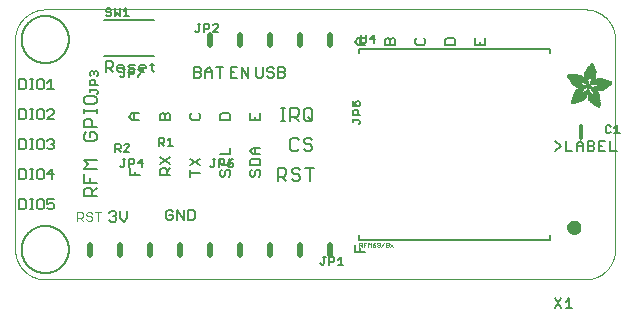
<source format=gbr>
G04 EAGLE Gerber RS-274X export*
G75*
%MOMM*%
%FSLAX34Y34*%
%LPD*%
%INSilkscreen Top*%
%IPPOS*%
%AMOC8*
5,1,8,0,0,1.08239X$1,22.5*%
G01*
%ADD10C,0.127000*%
%ADD11C,0.177800*%
%ADD12C,0.152400*%
%ADD13C,0.101600*%
%ADD14C,0.508000*%
%ADD15C,0.000000*%
%ADD16C,0.203200*%
%ADD17C,0.304800*%
%ADD18C,0.609600*%
%ADD19C,0.050800*%
%ADD20R,0.050800X0.006300*%
%ADD21R,0.082600X0.006400*%
%ADD22R,0.120600X0.006300*%
%ADD23R,0.139700X0.006400*%
%ADD24R,0.158800X0.006300*%
%ADD25R,0.177800X0.006400*%
%ADD26R,0.196800X0.006300*%
%ADD27R,0.215900X0.006400*%
%ADD28R,0.228600X0.006300*%
%ADD29R,0.241300X0.006400*%
%ADD30R,0.254000X0.006300*%
%ADD31R,0.266700X0.006400*%
%ADD32R,0.279400X0.006300*%
%ADD33R,0.285700X0.006400*%
%ADD34R,0.298400X0.006300*%
%ADD35R,0.311200X0.006400*%
%ADD36R,0.317500X0.006300*%
%ADD37R,0.330200X0.006400*%
%ADD38R,0.336600X0.006300*%
%ADD39R,0.349200X0.006400*%
%ADD40R,0.361900X0.006300*%
%ADD41R,0.368300X0.006400*%
%ADD42R,0.381000X0.006300*%
%ADD43R,0.387300X0.006400*%
%ADD44R,0.393700X0.006300*%
%ADD45R,0.406400X0.006400*%
%ADD46R,0.412700X0.006300*%
%ADD47R,0.419100X0.006400*%
%ADD48R,0.431800X0.006300*%
%ADD49R,0.438100X0.006400*%
%ADD50R,0.450800X0.006300*%
%ADD51R,0.457200X0.006400*%
%ADD52R,0.463500X0.006300*%
%ADD53R,0.476200X0.006400*%
%ADD54R,0.482600X0.006300*%
%ADD55R,0.488900X0.006400*%
%ADD56R,0.501600X0.006300*%
%ADD57R,0.508000X0.006400*%
%ADD58R,0.514300X0.006300*%
%ADD59R,0.527000X0.006400*%
%ADD60R,0.533400X0.006300*%
%ADD61R,0.546100X0.006400*%
%ADD62R,0.552400X0.006300*%
%ADD63R,0.558800X0.006400*%
%ADD64R,0.571500X0.006300*%
%ADD65R,0.577800X0.006400*%
%ADD66R,0.584200X0.006300*%
%ADD67R,0.596900X0.006400*%
%ADD68R,0.603200X0.006300*%
%ADD69R,0.609600X0.006400*%
%ADD70R,0.622300X0.006300*%
%ADD71R,0.628600X0.006400*%
%ADD72R,0.641300X0.006300*%
%ADD73R,0.647700X0.006400*%
%ADD74R,0.063500X0.006300*%
%ADD75R,0.654000X0.006300*%
%ADD76R,0.101600X0.006400*%
%ADD77R,0.666700X0.006400*%
%ADD78R,0.139700X0.006300*%
%ADD79R,0.673100X0.006300*%
%ADD80R,0.165100X0.006400*%
%ADD81R,0.679400X0.006400*%
%ADD82R,0.196900X0.006300*%
%ADD83R,0.692100X0.006300*%
%ADD84R,0.222200X0.006400*%
%ADD85R,0.698500X0.006400*%
%ADD86R,0.247700X0.006300*%
%ADD87R,0.704800X0.006300*%
%ADD88R,0.279400X0.006400*%
%ADD89R,0.717500X0.006400*%
%ADD90R,0.298500X0.006300*%
%ADD91R,0.723900X0.006300*%
%ADD92R,0.736600X0.006400*%
%ADD93R,0.342900X0.006300*%
%ADD94R,0.742900X0.006300*%
%ADD95R,0.374700X0.006400*%
%ADD96R,0.749300X0.006400*%
%ADD97R,0.762000X0.006300*%
%ADD98R,0.412700X0.006400*%
%ADD99R,0.768300X0.006400*%
%ADD100R,0.438100X0.006300*%
%ADD101R,0.774700X0.006300*%
%ADD102R,0.463600X0.006400*%
%ADD103R,0.787400X0.006400*%
%ADD104R,0.793700X0.006300*%
%ADD105R,0.495300X0.006400*%
%ADD106R,0.800100X0.006400*%
%ADD107R,0.520700X0.006300*%
%ADD108R,0.812800X0.006300*%
%ADD109R,0.533400X0.006400*%
%ADD110R,0.819100X0.006400*%
%ADD111R,0.558800X0.006300*%
%ADD112R,0.825500X0.006300*%
%ADD113R,0.577900X0.006400*%
%ADD114R,0.831800X0.006400*%
%ADD115R,0.596900X0.006300*%
%ADD116R,0.844500X0.006300*%
%ADD117R,0.616000X0.006400*%
%ADD118R,0.850900X0.006400*%
%ADD119R,0.635000X0.006300*%
%ADD120R,0.857200X0.006300*%
%ADD121R,0.654100X0.006400*%
%ADD122R,0.863600X0.006400*%
%ADD123R,0.666700X0.006300*%
%ADD124R,0.869900X0.006300*%
%ADD125R,0.685800X0.006400*%
%ADD126R,0.876300X0.006400*%
%ADD127R,0.882600X0.006300*%
%ADD128R,0.723900X0.006400*%
%ADD129R,0.889000X0.006400*%
%ADD130R,0.895300X0.006300*%
%ADD131R,0.755700X0.006400*%
%ADD132R,0.901700X0.006400*%
%ADD133R,0.908000X0.006300*%
%ADD134R,0.793800X0.006400*%
%ADD135R,0.914400X0.006400*%
%ADD136R,0.806400X0.006300*%
%ADD137R,0.920700X0.006300*%
%ADD138R,0.825500X0.006400*%
%ADD139R,0.927100X0.006400*%
%ADD140R,0.933400X0.006300*%
%ADD141R,0.857300X0.006400*%
%ADD142R,0.939800X0.006400*%
%ADD143R,0.870000X0.006300*%
%ADD144R,0.939800X0.006300*%
%ADD145R,0.946100X0.006400*%
%ADD146R,0.952500X0.006300*%
%ADD147R,0.908000X0.006400*%
%ADD148R,0.958800X0.006400*%
%ADD149R,0.965200X0.006300*%
%ADD150R,0.965200X0.006400*%
%ADD151R,0.971500X0.006300*%
%ADD152R,0.952500X0.006400*%
%ADD153R,0.977900X0.006400*%
%ADD154R,0.958800X0.006300*%
%ADD155R,0.984200X0.006300*%
%ADD156R,0.971500X0.006400*%
%ADD157R,0.984200X0.006400*%
%ADD158R,0.990600X0.006300*%
%ADD159R,0.984300X0.006400*%
%ADD160R,0.996900X0.006400*%
%ADD161R,0.997000X0.006300*%
%ADD162R,0.996900X0.006300*%
%ADD163R,1.003300X0.006400*%
%ADD164R,1.016000X0.006300*%
%ADD165R,1.009600X0.006300*%
%ADD166R,1.016000X0.006400*%
%ADD167R,1.009600X0.006400*%
%ADD168R,1.022300X0.006300*%
%ADD169R,1.028700X0.006400*%
%ADD170R,1.035100X0.006300*%
%ADD171R,1.047800X0.006400*%
%ADD172R,1.054100X0.006300*%
%ADD173R,1.028700X0.006300*%
%ADD174R,1.054100X0.006400*%
%ADD175R,1.035000X0.006400*%
%ADD176R,1.060400X0.006300*%
%ADD177R,1.035000X0.006300*%
%ADD178R,1.060500X0.006400*%
%ADD179R,1.041400X0.006400*%
%ADD180R,1.066800X0.006300*%
%ADD181R,1.041400X0.006300*%
%ADD182R,1.079500X0.006400*%
%ADD183R,1.047700X0.006400*%
%ADD184R,1.085900X0.006300*%
%ADD185R,1.047700X0.006300*%
%ADD186R,1.085800X0.006400*%
%ADD187R,1.092200X0.006300*%
%ADD188R,1.085900X0.006400*%
%ADD189R,1.098600X0.006300*%
%ADD190R,1.098600X0.006400*%
%ADD191R,1.060400X0.006400*%
%ADD192R,1.104900X0.006300*%
%ADD193R,1.104900X0.006400*%
%ADD194R,1.066800X0.006400*%
%ADD195R,1.111200X0.006300*%
%ADD196R,1.117600X0.006400*%
%ADD197R,1.117600X0.006300*%
%ADD198R,1.073100X0.006300*%
%ADD199R,1.073100X0.006400*%
%ADD200R,1.124000X0.006300*%
%ADD201R,1.079500X0.006300*%
%ADD202R,1.123900X0.006400*%
%ADD203R,1.130300X0.006300*%
%ADD204R,1.130300X0.006400*%
%ADD205R,1.136700X0.006400*%
%ADD206R,1.136700X0.006300*%
%ADD207R,1.085800X0.006300*%
%ADD208R,1.136600X0.006400*%
%ADD209R,1.136600X0.006300*%
%ADD210R,1.143000X0.006400*%
%ADD211R,1.143000X0.006300*%
%ADD212R,1.149400X0.006300*%
%ADD213R,1.149300X0.006300*%
%ADD214R,1.149300X0.006400*%
%ADD215R,1.149400X0.006400*%
%ADD216R,1.155700X0.006400*%
%ADD217R,1.155700X0.006300*%
%ADD218R,1.060500X0.006300*%
%ADD219R,2.197100X0.006400*%
%ADD220R,2.197100X0.006300*%
%ADD221R,2.184400X0.006300*%
%ADD222R,2.184400X0.006400*%
%ADD223R,2.171700X0.006400*%
%ADD224R,2.171700X0.006300*%
%ADD225R,1.530300X0.006400*%
%ADD226R,1.505000X0.006300*%
%ADD227R,1.492300X0.006400*%
%ADD228R,1.485900X0.006300*%
%ADD229R,0.565200X0.006300*%
%ADD230R,1.473200X0.006400*%
%ADD231R,0.565200X0.006400*%
%ADD232R,1.460500X0.006300*%
%ADD233R,1.454100X0.006400*%
%ADD234R,0.552400X0.006400*%
%ADD235R,1.441500X0.006300*%
%ADD236R,0.546100X0.006300*%
%ADD237R,1.435100X0.006400*%
%ADD238R,0.539800X0.006400*%
%ADD239R,1.428800X0.006300*%
%ADD240R,1.422400X0.006400*%
%ADD241R,1.409700X0.006300*%
%ADD242R,0.527100X0.006300*%
%ADD243R,1.403300X0.006400*%
%ADD244R,0.527100X0.006400*%
%ADD245R,1.390700X0.006300*%
%ADD246R,1.384300X0.006400*%
%ADD247R,0.520700X0.006400*%
%ADD248R,1.384300X0.006300*%
%ADD249R,0.514400X0.006300*%
%ADD250R,1.371600X0.006400*%
%ADD251R,1.365200X0.006300*%
%ADD252R,0.508000X0.006300*%
%ADD253R,1.352600X0.006400*%
%ADD254R,0.501700X0.006400*%
%ADD255R,0.711200X0.006300*%
%ADD256R,0.603300X0.006300*%
%ADD257R,0.501700X0.006300*%
%ADD258R,0.692100X0.006400*%
%ADD259R,0.571500X0.006400*%
%ADD260R,0.679400X0.006300*%
%ADD261R,0.495300X0.006300*%
%ADD262R,0.673100X0.006400*%
%ADD263R,0.666800X0.006300*%
%ADD264R,0.488900X0.006300*%
%ADD265R,0.660400X0.006400*%
%ADD266R,0.482600X0.006400*%
%ADD267R,0.476200X0.006300*%
%ADD268R,0.654000X0.006400*%
%ADD269R,0.469900X0.006400*%
%ADD270R,0.476300X0.006400*%
%ADD271R,0.647700X0.006300*%
%ADD272R,0.457200X0.006300*%
%ADD273R,0.469900X0.006300*%
%ADD274R,0.641300X0.006400*%
%ADD275R,0.444500X0.006400*%
%ADD276R,0.463600X0.006300*%
%ADD277R,0.635000X0.006400*%
%ADD278R,0.463500X0.006400*%
%ADD279R,0.393700X0.006400*%
%ADD280R,0.450800X0.006400*%
%ADD281R,0.628600X0.006300*%
%ADD282R,0.387400X0.006300*%
%ADD283R,0.450900X0.006300*%
%ADD284R,0.628700X0.006400*%
%ADD285R,0.374600X0.006400*%
%ADD286R,0.368300X0.006300*%
%ADD287R,0.438200X0.006300*%
%ADD288R,0.622300X0.006400*%
%ADD289R,0.355600X0.006400*%
%ADD290R,0.431800X0.006400*%
%ADD291R,0.349300X0.006300*%
%ADD292R,0.425400X0.006300*%
%ADD293R,0.615900X0.006300*%
%ADD294R,0.330200X0.006300*%
%ADD295R,0.419100X0.006300*%
%ADD296R,0.616000X0.006300*%
%ADD297R,0.311200X0.006300*%
%ADD298R,0.406400X0.006300*%
%ADD299R,0.615900X0.006400*%
%ADD300R,0.304800X0.006400*%
%ADD301R,0.158800X0.006400*%
%ADD302R,0.609600X0.006300*%
%ADD303R,0.292100X0.006300*%
%ADD304R,0.235000X0.006300*%
%ADD305R,0.387400X0.006400*%
%ADD306R,0.292100X0.006400*%
%ADD307R,0.336500X0.006300*%
%ADD308R,0.260400X0.006300*%
%ADD309R,0.603300X0.006400*%
%ADD310R,0.260400X0.006400*%
%ADD311R,0.362000X0.006400*%
%ADD312R,0.450900X0.006400*%
%ADD313R,0.355600X0.006300*%
%ADD314R,0.342900X0.006400*%
%ADD315R,0.514300X0.006400*%
%ADD316R,0.234900X0.006300*%
%ADD317R,0.539700X0.006300*%
%ADD318R,0.603200X0.006400*%
%ADD319R,0.234900X0.006400*%
%ADD320R,0.920700X0.006400*%
%ADD321R,0.958900X0.006400*%
%ADD322R,0.215900X0.006300*%
%ADD323R,0.209600X0.006400*%
%ADD324R,0.203200X0.006300*%
%ADD325R,1.003300X0.006300*%
%ADD326R,0.203200X0.006400*%
%ADD327R,0.196900X0.006400*%
%ADD328R,0.190500X0.006300*%
%ADD329R,0.190500X0.006400*%
%ADD330R,0.184200X0.006300*%
%ADD331R,0.590500X0.006400*%
%ADD332R,0.184200X0.006400*%
%ADD333R,0.590500X0.006300*%
%ADD334R,0.177800X0.006300*%
%ADD335R,0.584200X0.006400*%
%ADD336R,1.168400X0.006400*%
%ADD337R,0.171500X0.006300*%
%ADD338R,1.187500X0.006300*%
%ADD339R,1.200100X0.006400*%
%ADD340R,0.577800X0.006300*%
%ADD341R,1.212900X0.006300*%
%ADD342R,1.231900X0.006400*%
%ADD343R,1.250900X0.006300*%
%ADD344R,0.565100X0.006400*%
%ADD345R,0.184100X0.006400*%
%ADD346R,1.263700X0.006400*%
%ADD347R,0.565100X0.006300*%
%ADD348R,1.289100X0.006300*%
%ADD349R,1.314400X0.006400*%
%ADD350R,0.552500X0.006300*%
%ADD351R,1.568500X0.006300*%
%ADD352R,0.552500X0.006400*%
%ADD353R,1.581200X0.006400*%
%ADD354R,1.593800X0.006300*%
%ADD355R,1.606500X0.006400*%
%ADD356R,1.619300X0.006300*%
%ADD357R,0.514400X0.006400*%
%ADD358R,1.638300X0.006400*%
%ADD359R,1.657300X0.006300*%
%ADD360R,2.209800X0.006400*%
%ADD361R,2.425700X0.006300*%
%ADD362R,2.470100X0.006400*%
%ADD363R,2.501900X0.006300*%
%ADD364R,2.533700X0.006400*%
%ADD365R,2.559000X0.006300*%
%ADD366R,2.584500X0.006400*%
%ADD367R,2.609900X0.006300*%
%ADD368R,2.628900X0.006400*%
%ADD369R,2.660600X0.006300*%
%ADD370R,2.673400X0.006400*%
%ADD371R,1.422400X0.006300*%
%ADD372R,1.200200X0.006300*%
%ADD373R,1.365300X0.006300*%
%ADD374R,1.365300X0.006400*%
%ADD375R,1.352500X0.006300*%
%ADD376R,1.098500X0.006300*%
%ADD377R,1.358900X0.006400*%
%ADD378R,1.352600X0.006300*%
%ADD379R,1.358900X0.006300*%
%ADD380R,1.371600X0.006300*%
%ADD381R,1.377900X0.006400*%
%ADD382R,1.397000X0.006400*%
%ADD383R,1.403300X0.006300*%
%ADD384R,0.914400X0.006300*%
%ADD385R,0.876300X0.006300*%
%ADD386R,0.374600X0.006300*%
%ADD387R,1.073200X0.006400*%
%ADD388R,0.374700X0.006300*%
%ADD389R,0.844600X0.006400*%
%ADD390R,0.844600X0.006300*%
%ADD391R,0.831900X0.006400*%
%ADD392R,1.092200X0.006400*%
%ADD393R,0.400000X0.006300*%
%ADD394R,0.819200X0.006400*%
%ADD395R,1.111300X0.006400*%
%ADD396R,0.812800X0.006400*%
%ADD397R,0.800100X0.006300*%
%ADD398R,0.476300X0.006300*%
%ADD399R,1.181100X0.006300*%
%ADD400R,0.501600X0.006400*%
%ADD401R,1.193800X0.006400*%
%ADD402R,0.781000X0.006400*%
%ADD403R,1.238200X0.006400*%
%ADD404R,0.781100X0.006300*%
%ADD405R,1.257300X0.006300*%
%ADD406R,1.295400X0.006400*%
%ADD407R,1.333500X0.006300*%
%ADD408R,0.774700X0.006400*%
%ADD409R,1.866900X0.006400*%
%ADD410R,0.209600X0.006300*%
%ADD411R,1.866900X0.006300*%
%ADD412R,0.768400X0.006400*%
%ADD413R,0.209500X0.006400*%
%ADD414R,1.860600X0.006400*%
%ADD415R,0.762000X0.006400*%
%ADD416R,0.768400X0.006300*%
%ADD417R,1.860600X0.006300*%
%ADD418R,1.860500X0.006400*%
%ADD419R,0.222300X0.006300*%
%ADD420R,1.854200X0.006300*%
%ADD421R,0.235000X0.006400*%
%ADD422R,1.854200X0.006400*%
%ADD423R,0.768300X0.006300*%
%ADD424R,0.260300X0.006400*%
%ADD425R,1.847800X0.006400*%
%ADD426R,0.266700X0.006300*%
%ADD427R,1.847800X0.006300*%
%ADD428R,0.273100X0.006400*%
%ADD429R,1.841500X0.006400*%
%ADD430R,0.285800X0.006300*%
%ADD431R,1.841500X0.006300*%
%ADD432R,0.298500X0.006400*%
%ADD433R,1.835100X0.006400*%
%ADD434R,0.781000X0.006300*%
%ADD435R,0.304800X0.006300*%
%ADD436R,1.835100X0.006300*%
%ADD437R,0.317500X0.006400*%
%ADD438R,1.828800X0.006400*%
%ADD439R,0.787400X0.006300*%
%ADD440R,0.323800X0.006300*%
%ADD441R,1.828800X0.006300*%
%ADD442R,0.793700X0.006400*%
%ADD443R,1.822400X0.006400*%
%ADD444R,0.806500X0.006300*%
%ADD445R,1.822400X0.006300*%
%ADD446R,1.816100X0.006400*%
%ADD447R,0.819100X0.006300*%
%ADD448R,0.387300X0.006300*%
%ADD449R,1.816100X0.006300*%
%ADD450R,1.809800X0.006400*%
%ADD451R,1.803400X0.006300*%
%ADD452R,1.797000X0.006400*%
%ADD453R,0.901700X0.006300*%
%ADD454R,1.797000X0.006300*%
%ADD455R,1.441400X0.006400*%
%ADD456R,1.790700X0.006400*%
%ADD457R,1.447800X0.006300*%
%ADD458R,1.784300X0.006300*%
%ADD459R,1.447800X0.006400*%
%ADD460R,1.784300X0.006400*%
%ADD461R,1.454100X0.006300*%
%ADD462R,1.771700X0.006300*%
%ADD463R,1.460500X0.006400*%
%ADD464R,1.759000X0.006400*%
%ADD465R,1.466800X0.006300*%
%ADD466R,1.752600X0.006300*%
%ADD467R,1.466800X0.006400*%
%ADD468R,1.739900X0.006400*%
%ADD469R,1.473200X0.006300*%
%ADD470R,1.727200X0.006300*%
%ADD471R,1.479500X0.006400*%
%ADD472R,1.714500X0.006400*%
%ADD473R,1.695400X0.006300*%
%ADD474R,1.485900X0.006400*%
%ADD475R,1.682700X0.006400*%
%ADD476R,1.492200X0.006300*%
%ADD477R,1.663700X0.006300*%
%ADD478R,1.498600X0.006400*%
%ADD479R,1.644600X0.006400*%
%ADD480R,1.498600X0.006300*%
%ADD481R,1.619200X0.006300*%
%ADD482R,1.511300X0.006400*%
%ADD483R,1.600200X0.006400*%
%ADD484R,1.517700X0.006300*%
%ADD485R,1.574800X0.006300*%
%ADD486R,1.524000X0.006400*%
%ADD487R,1.555800X0.006400*%
%ADD488R,1.524000X0.006300*%
%ADD489R,1.536700X0.006300*%
%ADD490R,1.530400X0.006400*%
%ADD491R,1.517700X0.006400*%
%ADD492R,1.492300X0.006300*%
%ADD493R,1.549400X0.006400*%
%ADD494R,1.479600X0.006400*%
%ADD495R,1.549400X0.006300*%
%ADD496R,1.555700X0.006400*%
%ADD497R,1.562100X0.006300*%
%ADD498R,0.323900X0.006300*%
%ADD499R,1.568400X0.006400*%
%ADD500R,0.336600X0.006400*%
%ADD501R,1.587500X0.006300*%
%ADD502R,0.971600X0.006300*%
%ADD503R,0.349300X0.006400*%
%ADD504R,1.600200X0.006300*%
%ADD505R,0.920800X0.006300*%
%ADD506R,0.882700X0.006400*%
%ADD507R,1.612900X0.006300*%
%ADD508R,0.362000X0.006300*%
%ADD509R,1.625600X0.006400*%
%ADD510R,1.625600X0.006300*%
%ADD511R,1.644600X0.006300*%
%ADD512R,0.736600X0.006300*%
%ADD513R,0.717600X0.006400*%
%ADD514R,1.657400X0.006300*%
%ADD515R,0.679500X0.006300*%
%ADD516R,1.663700X0.006400*%
%ADD517R,0.400000X0.006400*%
%ADD518R,1.676400X0.006300*%
%ADD519R,1.676400X0.006400*%
%ADD520R,0.425500X0.006400*%
%ADD521R,1.352500X0.006400*%
%ADD522R,0.444500X0.006300*%
%ADD523R,0.361900X0.006400*%
%ADD524R,0.088900X0.006300*%
%ADD525R,1.009700X0.006300*%
%ADD526R,1.009700X0.006400*%
%ADD527R,1.022300X0.006400*%
%ADD528R,1.346200X0.006400*%
%ADD529R,1.346200X0.006300*%
%ADD530R,1.339900X0.006400*%
%ADD531R,1.035100X0.006400*%
%ADD532R,1.339800X0.006300*%
%ADD533R,1.333500X0.006400*%
%ADD534R,1.327200X0.006400*%
%ADD535R,1.320800X0.006300*%
%ADD536R,1.314500X0.006400*%
%ADD537R,1.314400X0.006300*%
%ADD538R,1.301700X0.006400*%
%ADD539R,1.295400X0.006300*%
%ADD540R,1.289000X0.006400*%
%ADD541R,1.276300X0.006300*%
%ADD542R,1.251000X0.006300*%
%ADD543R,1.244600X0.006400*%
%ADD544R,1.231900X0.006300*%
%ADD545R,1.212800X0.006400*%
%ADD546R,1.200100X0.006300*%
%ADD547R,1.187400X0.006400*%
%ADD548R,1.168400X0.006300*%
%ADD549R,1.047800X0.006300*%
%ADD550R,0.977900X0.006300*%
%ADD551R,0.946200X0.006400*%
%ADD552R,0.933400X0.006400*%
%ADD553R,0.895300X0.006400*%
%ADD554R,0.882700X0.006300*%
%ADD555R,0.863600X0.006300*%
%ADD556R,0.857200X0.006400*%
%ADD557R,0.850900X0.006300*%
%ADD558R,0.838200X0.006300*%
%ADD559R,0.806500X0.006400*%
%ADD560R,0.717600X0.006300*%
%ADD561R,0.711200X0.006400*%
%ADD562R,0.641400X0.006400*%
%ADD563R,0.641400X0.006300*%
%ADD564R,0.628700X0.006300*%
%ADD565R,0.590600X0.006300*%
%ADD566R,0.539700X0.006400*%
%ADD567R,0.285700X0.006300*%
%ADD568R,0.222200X0.006300*%
%ADD569R,0.171400X0.006300*%
%ADD570R,0.152400X0.006400*%
%ADD571R,0.133400X0.006300*%


D10*
X3608Y169298D02*
X3608Y160909D01*
X7802Y160909D01*
X9201Y162307D01*
X9201Y167900D01*
X7802Y169298D01*
X3608Y169298D01*
X12495Y160909D02*
X15292Y160909D01*
X13893Y160909D02*
X13893Y169298D01*
X12495Y169298D02*
X15292Y169298D01*
X19818Y169298D02*
X22615Y169298D01*
X19818Y169298D02*
X18420Y167900D01*
X18420Y162307D01*
X19818Y160909D01*
X22615Y160909D01*
X24013Y162307D01*
X24013Y167900D01*
X22615Y169298D01*
X27308Y166502D02*
X30104Y169298D01*
X30104Y160909D01*
X27308Y160909D02*
X32900Y160909D01*
X3608Y143898D02*
X3608Y135509D01*
X7802Y135509D01*
X9201Y136907D01*
X9201Y142500D01*
X7802Y143898D01*
X3608Y143898D01*
X12495Y135509D02*
X15292Y135509D01*
X13893Y135509D02*
X13893Y143898D01*
X12495Y143898D02*
X15292Y143898D01*
X19818Y143898D02*
X22615Y143898D01*
X19818Y143898D02*
X18420Y142500D01*
X18420Y136907D01*
X19818Y135509D01*
X22615Y135509D01*
X24013Y136907D01*
X24013Y142500D01*
X22615Y143898D01*
X27308Y135509D02*
X32900Y135509D01*
X27308Y135509D02*
X32900Y141102D01*
X32900Y142500D01*
X31502Y143898D01*
X28706Y143898D01*
X27308Y142500D01*
X3608Y118498D02*
X3608Y110109D01*
X7802Y110109D01*
X9201Y111507D01*
X9201Y117100D01*
X7802Y118498D01*
X3608Y118498D01*
X12495Y110109D02*
X15292Y110109D01*
X13893Y110109D02*
X13893Y118498D01*
X12495Y118498D02*
X15292Y118498D01*
X19818Y118498D02*
X22615Y118498D01*
X19818Y118498D02*
X18420Y117100D01*
X18420Y111507D01*
X19818Y110109D01*
X22615Y110109D01*
X24013Y111507D01*
X24013Y117100D01*
X22615Y118498D01*
X27308Y117100D02*
X28706Y118498D01*
X31502Y118498D01*
X32900Y117100D01*
X32900Y115702D01*
X31502Y114304D01*
X30104Y114304D01*
X31502Y114304D02*
X32900Y112905D01*
X32900Y111507D01*
X31502Y110109D01*
X28706Y110109D01*
X27308Y111507D01*
X3608Y93098D02*
X3608Y84709D01*
X7802Y84709D01*
X9201Y86107D01*
X9201Y91700D01*
X7802Y93098D01*
X3608Y93098D01*
X12495Y84709D02*
X15292Y84709D01*
X13893Y84709D02*
X13893Y93098D01*
X12495Y93098D02*
X15292Y93098D01*
X19818Y93098D02*
X22615Y93098D01*
X19818Y93098D02*
X18420Y91700D01*
X18420Y86107D01*
X19818Y84709D01*
X22615Y84709D01*
X24013Y86107D01*
X24013Y91700D01*
X22615Y93098D01*
X31502Y93098D02*
X31502Y84709D01*
X27308Y88904D02*
X31502Y93098D01*
X32900Y88904D02*
X27308Y88904D01*
X3608Y67698D02*
X3608Y59309D01*
X7802Y59309D01*
X9201Y60707D01*
X9201Y66300D01*
X7802Y67698D01*
X3608Y67698D01*
X12495Y59309D02*
X15292Y59309D01*
X13893Y59309D02*
X13893Y67698D01*
X12495Y67698D02*
X15292Y67698D01*
X19818Y67698D02*
X22615Y67698D01*
X19818Y67698D02*
X18420Y66300D01*
X18420Y60707D01*
X19818Y59309D01*
X22615Y59309D01*
X24013Y60707D01*
X24013Y66300D01*
X22615Y67698D01*
X27308Y67698D02*
X32900Y67698D01*
X27308Y67698D02*
X27308Y63504D01*
X30104Y64902D01*
X31502Y64902D01*
X32900Y63504D01*
X32900Y60707D01*
X31502Y59309D01*
X28706Y59309D01*
X27308Y60707D01*
D11*
X58030Y70362D02*
X68961Y70362D01*
X58030Y70362D02*
X58030Y75828D01*
X59852Y77650D01*
X63495Y77650D01*
X65317Y75828D01*
X65317Y70362D01*
X65317Y74006D02*
X68961Y77650D01*
X68961Y82056D02*
X58030Y82056D01*
X58030Y89344D01*
X63495Y85700D02*
X63495Y82056D01*
X58030Y93750D02*
X68961Y93750D01*
X61673Y97394D02*
X58030Y93750D01*
X61673Y97394D02*
X58030Y101038D01*
X68961Y101038D01*
X58030Y122604D02*
X59852Y124425D01*
X58030Y122604D02*
X58030Y118960D01*
X59852Y117138D01*
X67139Y117138D01*
X68961Y118960D01*
X68961Y122604D01*
X67139Y124425D01*
X63495Y124425D01*
X63495Y120782D01*
X58030Y128832D02*
X68961Y128832D01*
X58030Y128832D02*
X58030Y134298D01*
X59852Y136119D01*
X63495Y136119D01*
X65317Y134298D01*
X65317Y128832D01*
X68961Y140526D02*
X68961Y144170D01*
X68961Y142348D02*
X58030Y142348D01*
X58030Y140526D02*
X58030Y144170D01*
X58030Y150144D02*
X58030Y153787D01*
X58030Y150144D02*
X59852Y148322D01*
X67139Y148322D01*
X68961Y150144D01*
X68961Y153787D01*
X67139Y155609D01*
X59852Y155609D01*
X58030Y153787D01*
X224975Y134239D02*
X228619Y134239D01*
X226797Y134239D02*
X226797Y145170D01*
X224975Y145170D02*
X228619Y145170D01*
X232771Y145170D02*
X232771Y134239D01*
X232771Y145170D02*
X238237Y145170D01*
X240059Y143348D01*
X240059Y139705D01*
X238237Y137883D01*
X232771Y137883D01*
X236415Y137883D02*
X240059Y134239D01*
X244465Y136061D02*
X244465Y143348D01*
X246287Y145170D01*
X249931Y145170D01*
X251753Y143348D01*
X251753Y136061D01*
X249931Y134239D01*
X246287Y134239D01*
X244465Y136061D01*
X248109Y137883D02*
X251753Y134239D01*
X238237Y119770D02*
X240059Y117948D01*
X238237Y119770D02*
X234593Y119770D01*
X232771Y117948D01*
X232771Y110661D01*
X234593Y108839D01*
X238237Y108839D01*
X240059Y110661D01*
X249931Y119770D02*
X251753Y117948D01*
X249931Y119770D02*
X246287Y119770D01*
X244465Y117948D01*
X244465Y116127D01*
X246287Y114305D01*
X249931Y114305D01*
X251753Y112483D01*
X251753Y110661D01*
X249931Y108839D01*
X246287Y108839D01*
X244465Y110661D01*
X222347Y94370D02*
X222347Y83439D01*
X222347Y94370D02*
X227813Y94370D01*
X229635Y92548D01*
X229635Y88905D01*
X227813Y87083D01*
X222347Y87083D01*
X225991Y87083D02*
X229635Y83439D01*
X239507Y94370D02*
X241329Y92548D01*
X239507Y94370D02*
X235863Y94370D01*
X234041Y92548D01*
X234041Y90727D01*
X235863Y88905D01*
X239507Y88905D01*
X241329Y87083D01*
X241329Y85261D01*
X239507Y83439D01*
X235863Y83439D01*
X234041Y85261D01*
X249379Y83439D02*
X249379Y94370D01*
X245735Y94370D02*
X253023Y94370D01*
D12*
X131318Y88392D02*
X122675Y88392D01*
X122675Y92714D01*
X124115Y94154D01*
X126996Y94154D01*
X128437Y92714D01*
X128437Y88392D01*
X128437Y91273D02*
X131318Y94154D01*
X131318Y103509D02*
X122675Y97747D01*
X122675Y103509D02*
X131318Y97747D01*
X148075Y90003D02*
X156718Y90003D01*
X148075Y87122D02*
X148075Y92884D01*
X148075Y96477D02*
X156718Y102239D01*
X156718Y96477D02*
X148075Y102239D01*
X173475Y91444D02*
X174915Y92884D01*
X173475Y91444D02*
X173475Y88563D01*
X174915Y87122D01*
X176356Y87122D01*
X177796Y88563D01*
X177796Y91444D01*
X179237Y92884D01*
X180677Y92884D01*
X182118Y91444D01*
X182118Y88563D01*
X180677Y87122D01*
X173475Y100799D02*
X174915Y102239D01*
X173475Y100799D02*
X173475Y97918D01*
X174915Y96477D01*
X180677Y96477D01*
X182118Y97918D01*
X182118Y100799D01*
X180677Y102239D01*
X182118Y105832D02*
X173475Y105832D01*
X182118Y105832D02*
X182118Y111595D01*
X200315Y92884D02*
X198875Y91444D01*
X198875Y88563D01*
X200315Y87122D01*
X201756Y87122D01*
X203196Y88563D01*
X203196Y91444D01*
X204637Y92884D01*
X206077Y92884D01*
X207518Y91444D01*
X207518Y88563D01*
X206077Y87122D01*
X207518Y96477D02*
X198875Y96477D01*
X207518Y96477D02*
X207518Y100799D01*
X206077Y102239D01*
X200315Y102239D01*
X198875Y100799D01*
X198875Y96477D01*
X201756Y105832D02*
X207518Y105832D01*
X201756Y105832D02*
X198875Y108714D01*
X201756Y111595D01*
X207518Y111595D01*
X203196Y111595D02*
X203196Y105832D01*
X290656Y198417D02*
X296418Y198417D01*
X290656Y198417D02*
X287775Y201298D01*
X290656Y204179D01*
X296418Y204179D01*
X292096Y204179D02*
X292096Y198417D01*
X313175Y198417D02*
X321818Y198417D01*
X313175Y198417D02*
X313175Y202739D01*
X314615Y204179D01*
X316056Y204179D01*
X317496Y202739D01*
X318937Y204179D01*
X320377Y204179D01*
X321818Y202739D01*
X321818Y198417D01*
X317496Y198417D02*
X317496Y202739D01*
X338575Y202739D02*
X340015Y204179D01*
X338575Y202739D02*
X338575Y199857D01*
X340015Y198417D01*
X345777Y198417D01*
X347218Y199857D01*
X347218Y202739D01*
X345777Y204179D01*
X363975Y198417D02*
X372618Y198417D01*
X372618Y202739D01*
X371177Y204179D01*
X365415Y204179D01*
X363975Y202739D01*
X363975Y198417D01*
X389375Y198417D02*
X389375Y204179D01*
X389375Y198417D02*
X398018Y198417D01*
X398018Y204179D01*
X393696Y201298D02*
X393696Y198417D01*
X296418Y23622D02*
X287775Y23622D01*
X287775Y29384D01*
X292096Y26503D02*
X292096Y23622D01*
X105918Y88392D02*
X97275Y88392D01*
X97275Y94154D01*
X101596Y91273D02*
X101596Y88392D01*
X98886Y134917D02*
X104648Y134917D01*
X98886Y134917D02*
X96005Y137798D01*
X98886Y140679D01*
X104648Y140679D01*
X100326Y140679D02*
X100326Y134917D01*
X122675Y134917D02*
X131318Y134917D01*
X122675Y134917D02*
X122675Y139239D01*
X124115Y140679D01*
X125556Y140679D01*
X126996Y139239D01*
X128437Y140679D01*
X129877Y140679D01*
X131318Y139239D01*
X131318Y134917D01*
X126996Y134917D02*
X126996Y139239D01*
X148075Y139239D02*
X149515Y140679D01*
X148075Y139239D02*
X148075Y136357D01*
X149515Y134917D01*
X155277Y134917D01*
X156718Y136357D01*
X156718Y139239D01*
X155277Y140679D01*
X173475Y134917D02*
X182118Y134917D01*
X182118Y139239D01*
X180677Y140679D01*
X174915Y140679D01*
X173475Y139239D01*
X173475Y134917D01*
X198875Y134917D02*
X198875Y140679D01*
X198875Y134917D02*
X207518Y134917D01*
X207518Y140679D01*
X203196Y137798D02*
X203196Y134917D01*
D13*
X52782Y56902D02*
X52782Y49784D01*
X52782Y56902D02*
X56341Y56902D01*
X57527Y55716D01*
X57527Y53343D01*
X56341Y52157D01*
X52782Y52157D01*
X55154Y52157D02*
X57527Y49784D01*
X63825Y56902D02*
X65011Y55716D01*
X63825Y56902D02*
X61452Y56902D01*
X60266Y55716D01*
X60266Y54529D01*
X61452Y53343D01*
X63825Y53343D01*
X65011Y52157D01*
X65011Y50970D01*
X63825Y49784D01*
X61452Y49784D01*
X60266Y50970D01*
X70123Y49784D02*
X70123Y56902D01*
X72495Y56902D02*
X67750Y56902D01*
D12*
X79842Y56225D02*
X81282Y57665D01*
X84163Y57665D01*
X85604Y56225D01*
X85604Y54784D01*
X84163Y53344D01*
X82723Y53344D01*
X84163Y53344D02*
X85604Y51903D01*
X85604Y50463D01*
X84163Y49022D01*
X81282Y49022D01*
X79842Y50463D01*
X89197Y51903D02*
X89197Y57665D01*
X89197Y51903D02*
X92078Y49022D01*
X94959Y51903D01*
X94959Y57665D01*
X131958Y58935D02*
X133399Y57495D01*
X131958Y58935D02*
X129077Y58935D01*
X127636Y57495D01*
X127636Y51733D01*
X129077Y50292D01*
X131958Y50292D01*
X133399Y51733D01*
X133399Y54614D01*
X130518Y54614D01*
X136992Y58935D02*
X136992Y50292D01*
X142754Y50292D02*
X136992Y58935D01*
X142754Y58935D02*
X142754Y50292D01*
X146347Y50292D02*
X146347Y58935D01*
X146347Y50292D02*
X150669Y50292D01*
X152109Y51733D01*
X152109Y57495D01*
X150669Y58935D01*
X146347Y58935D01*
X151766Y170942D02*
X151766Y179585D01*
X156088Y179585D01*
X157529Y178145D01*
X157529Y176704D01*
X156088Y175264D01*
X157529Y173823D01*
X157529Y172383D01*
X156088Y170942D01*
X151766Y170942D01*
X151766Y175264D02*
X156088Y175264D01*
X161122Y176704D02*
X161122Y170942D01*
X161122Y176704D02*
X164003Y179585D01*
X166884Y176704D01*
X166884Y170942D01*
X166884Y175264D02*
X161122Y175264D01*
X173358Y170942D02*
X173358Y179585D01*
X170477Y179585D02*
X176239Y179585D01*
X182372Y179585D02*
X188134Y179585D01*
X182372Y179585D02*
X182372Y170942D01*
X188134Y170942D01*
X185253Y175264D02*
X182372Y175264D01*
X191727Y179585D02*
X191727Y170942D01*
X197489Y170942D02*
X191727Y179585D01*
X197489Y179585D02*
X197489Y170942D01*
X203836Y172383D02*
X203836Y179585D01*
X203836Y172383D02*
X205277Y170942D01*
X208158Y170942D01*
X209599Y172383D01*
X209599Y179585D01*
X217513Y179585D02*
X218954Y178145D01*
X217513Y179585D02*
X214632Y179585D01*
X213192Y178145D01*
X213192Y176704D01*
X214632Y175264D01*
X217513Y175264D01*
X218954Y173823D01*
X218954Y172383D01*
X217513Y170942D01*
X214632Y170942D01*
X213192Y172383D01*
X222547Y170942D02*
X222547Y179585D01*
X226869Y179585D01*
X228309Y178145D01*
X228309Y176704D01*
X226869Y175264D01*
X228309Y173823D01*
X228309Y172383D01*
X226869Y170942D01*
X222547Y170942D01*
X222547Y175264D02*
X226869Y175264D01*
X76962Y176022D02*
X76962Y184665D01*
X81284Y184665D01*
X82724Y183225D01*
X82724Y180344D01*
X81284Y178903D01*
X76962Y178903D01*
X79843Y178903D02*
X82724Y176022D01*
X87758Y176022D02*
X90639Y176022D01*
X87758Y176022D02*
X86317Y177463D01*
X86317Y180344D01*
X87758Y181784D01*
X90639Y181784D01*
X92079Y180344D01*
X92079Y178903D01*
X86317Y178903D01*
X95672Y176022D02*
X99994Y176022D01*
X101435Y177463D01*
X99994Y178903D01*
X97113Y178903D01*
X95672Y180344D01*
X97113Y181784D01*
X101435Y181784D01*
X106468Y176022D02*
X109349Y176022D01*
X106468Y176022D02*
X105028Y177463D01*
X105028Y180344D01*
X106468Y181784D01*
X109349Y181784D01*
X110790Y180344D01*
X110790Y178903D01*
X105028Y178903D01*
X115823Y177463D02*
X115823Y183225D01*
X115823Y177463D02*
X117264Y176022D01*
X117264Y181784D02*
X114383Y181784D01*
D14*
X63500Y29210D02*
X63500Y20320D01*
X88900Y20320D02*
X88900Y29210D01*
X114300Y29210D02*
X114300Y20320D01*
X139700Y20320D02*
X139700Y29210D01*
X165100Y29210D02*
X165100Y20320D01*
X190500Y20320D02*
X190500Y29210D01*
X215900Y29210D02*
X215900Y20320D01*
X241300Y20320D02*
X241300Y29210D01*
X266700Y29210D02*
X266700Y20320D01*
X266700Y198120D02*
X266700Y207010D01*
X241300Y207010D02*
X241300Y198120D01*
X215900Y198120D02*
X215900Y207010D01*
X190500Y207010D02*
X190500Y198120D01*
X165100Y198120D02*
X165100Y207010D01*
D15*
X25400Y0D02*
X482600Y0D01*
X483214Y7D01*
X483827Y30D01*
X484440Y67D01*
X485051Y119D01*
X485662Y185D01*
X486270Y267D01*
X486876Y363D01*
X487480Y473D01*
X488081Y598D01*
X488679Y738D01*
X489273Y892D01*
X489863Y1061D01*
X490449Y1243D01*
X491030Y1440D01*
X491607Y1651D01*
X492178Y1875D01*
X492744Y2113D01*
X493304Y2365D01*
X493857Y2631D01*
X494404Y2909D01*
X494944Y3201D01*
X495477Y3506D01*
X496002Y3824D01*
X496520Y4154D01*
X497029Y4496D01*
X497530Y4851D01*
X498022Y5218D01*
X498505Y5596D01*
X498979Y5986D01*
X499443Y6388D01*
X499898Y6800D01*
X500342Y7224D01*
X500776Y7658D01*
X501200Y8102D01*
X501612Y8557D01*
X502014Y9021D01*
X502404Y9495D01*
X502782Y9978D01*
X503149Y10470D01*
X503504Y10971D01*
X503846Y11480D01*
X504176Y11998D01*
X504494Y12523D01*
X504799Y13056D01*
X505091Y13596D01*
X505369Y14143D01*
X505635Y14696D01*
X505887Y15256D01*
X506125Y15822D01*
X506349Y16393D01*
X506560Y16970D01*
X506757Y17551D01*
X506939Y18137D01*
X507108Y18727D01*
X507262Y19321D01*
X507402Y19919D01*
X507527Y20520D01*
X507637Y21124D01*
X507733Y21730D01*
X507815Y22338D01*
X507881Y22949D01*
X507933Y23560D01*
X507970Y24173D01*
X507993Y24786D01*
X508000Y25400D01*
X508000Y203200D01*
X507993Y203814D01*
X507970Y204427D01*
X507933Y205040D01*
X507881Y205651D01*
X507815Y206262D01*
X507733Y206870D01*
X507637Y207476D01*
X507527Y208080D01*
X507402Y208681D01*
X507262Y209279D01*
X507108Y209873D01*
X506939Y210463D01*
X506757Y211049D01*
X506560Y211630D01*
X506349Y212207D01*
X506125Y212778D01*
X505887Y213344D01*
X505635Y213904D01*
X505369Y214457D01*
X505091Y215004D01*
X504799Y215544D01*
X504494Y216077D01*
X504176Y216602D01*
X503846Y217120D01*
X503504Y217629D01*
X503149Y218130D01*
X502782Y218622D01*
X502404Y219105D01*
X502014Y219579D01*
X501612Y220043D01*
X501200Y220498D01*
X500776Y220942D01*
X500342Y221376D01*
X499898Y221800D01*
X499443Y222212D01*
X498979Y222614D01*
X498505Y223004D01*
X498022Y223382D01*
X497530Y223749D01*
X497029Y224104D01*
X496520Y224446D01*
X496002Y224776D01*
X495477Y225094D01*
X494944Y225399D01*
X494404Y225691D01*
X493857Y225969D01*
X493304Y226235D01*
X492744Y226487D01*
X492178Y226725D01*
X491607Y226949D01*
X491030Y227160D01*
X490449Y227357D01*
X489863Y227539D01*
X489273Y227708D01*
X488679Y227862D01*
X488081Y228002D01*
X487480Y228127D01*
X486876Y228237D01*
X486270Y228333D01*
X485662Y228415D01*
X485051Y228481D01*
X484440Y228533D01*
X483827Y228570D01*
X483214Y228593D01*
X482600Y228600D01*
X25400Y228600D01*
X24786Y228593D01*
X24173Y228570D01*
X23560Y228533D01*
X22949Y228481D01*
X22338Y228415D01*
X21730Y228333D01*
X21124Y228237D01*
X20520Y228127D01*
X19919Y228002D01*
X19321Y227862D01*
X18727Y227708D01*
X18137Y227539D01*
X17551Y227357D01*
X16970Y227160D01*
X16393Y226949D01*
X15822Y226725D01*
X15256Y226487D01*
X14696Y226235D01*
X14143Y225969D01*
X13596Y225691D01*
X13056Y225399D01*
X12523Y225094D01*
X11998Y224776D01*
X11480Y224446D01*
X10971Y224104D01*
X10470Y223749D01*
X9978Y223382D01*
X9495Y223004D01*
X9021Y222614D01*
X8557Y222212D01*
X8102Y221800D01*
X7658Y221376D01*
X7224Y220942D01*
X6800Y220498D01*
X6388Y220043D01*
X5986Y219579D01*
X5596Y219105D01*
X5218Y218622D01*
X4851Y218130D01*
X4496Y217629D01*
X4154Y217120D01*
X3824Y216602D01*
X3506Y216077D01*
X3201Y215544D01*
X2909Y215004D01*
X2631Y214457D01*
X2365Y213904D01*
X2113Y213344D01*
X1875Y212778D01*
X1651Y212207D01*
X1440Y211630D01*
X1243Y211049D01*
X1061Y210463D01*
X892Y209873D01*
X738Y209279D01*
X598Y208681D01*
X473Y208080D01*
X363Y207476D01*
X267Y206870D01*
X185Y206262D01*
X119Y205651D01*
X67Y205040D01*
X30Y204427D01*
X7Y203814D01*
X0Y203200D01*
X0Y25400D01*
X7Y24786D01*
X30Y24173D01*
X67Y23560D01*
X119Y22949D01*
X185Y22338D01*
X267Y21730D01*
X363Y21124D01*
X473Y20520D01*
X598Y19919D01*
X738Y19321D01*
X892Y18727D01*
X1061Y18137D01*
X1243Y17551D01*
X1440Y16970D01*
X1651Y16393D01*
X1875Y15822D01*
X2113Y15256D01*
X2365Y14696D01*
X2631Y14143D01*
X2909Y13596D01*
X3201Y13056D01*
X3506Y12523D01*
X3824Y11998D01*
X4154Y11480D01*
X4496Y10971D01*
X4851Y10470D01*
X5218Y9978D01*
X5596Y9495D01*
X5986Y9021D01*
X6388Y8557D01*
X6800Y8102D01*
X7224Y7658D01*
X7658Y7224D01*
X8102Y6800D01*
X8557Y6388D01*
X9021Y5986D01*
X9495Y5596D01*
X9978Y5218D01*
X10470Y4851D01*
X10971Y4496D01*
X11480Y4154D01*
X11998Y3824D01*
X12523Y3506D01*
X13056Y3201D01*
X13596Y2909D01*
X14143Y2631D01*
X14696Y2365D01*
X15256Y2113D01*
X15822Y1875D01*
X16393Y1651D01*
X16970Y1440D01*
X17551Y1243D01*
X18137Y1061D01*
X18727Y892D01*
X19321Y738D01*
X19919Y598D01*
X20520Y473D01*
X21124Y363D01*
X21730Y267D01*
X22338Y185D01*
X22949Y119D01*
X23560Y67D01*
X24173Y30D01*
X24786Y7D01*
X25400Y0D01*
D16*
X75520Y219724D02*
X117520Y219724D01*
X117520Y189216D02*
X75520Y189216D01*
D12*
X81368Y228520D02*
X80267Y229622D01*
X78064Y229622D01*
X76962Y228520D01*
X76962Y227418D01*
X78064Y226317D01*
X80267Y226317D01*
X81368Y225215D01*
X81368Y224114D01*
X80267Y223012D01*
X78064Y223012D01*
X76962Y224114D01*
X84446Y223012D02*
X84446Y229622D01*
X86649Y225215D02*
X84446Y223012D01*
X86649Y225215D02*
X88853Y223012D01*
X88853Y229622D01*
X91930Y227418D02*
X94134Y229622D01*
X94134Y223012D01*
X96337Y223012D02*
X91930Y223012D01*
D17*
X478790Y129540D02*
X478790Y119380D01*
D12*
X503177Y130562D02*
X504278Y129460D01*
X503177Y130562D02*
X500974Y130562D01*
X499872Y129460D01*
X499872Y125054D01*
X500974Y123952D01*
X503177Y123952D01*
X504278Y125054D01*
X507356Y128358D02*
X509559Y130562D01*
X509559Y123952D01*
X507356Y123952D02*
X511763Y123952D01*
D10*
X291110Y191300D02*
X291110Y195300D01*
X453110Y195300D01*
X453110Y191300D01*
X291110Y37300D02*
X291110Y33300D01*
X453110Y33300D01*
X453110Y37300D01*
D18*
X470110Y44300D02*
X470112Y44409D01*
X470118Y44518D01*
X470128Y44626D01*
X470142Y44734D01*
X470159Y44842D01*
X470181Y44949D01*
X470206Y45055D01*
X470236Y45159D01*
X470269Y45263D01*
X470306Y45366D01*
X470346Y45467D01*
X470390Y45566D01*
X470438Y45664D01*
X470490Y45761D01*
X470544Y45855D01*
X470602Y45947D01*
X470664Y46037D01*
X470729Y46124D01*
X470796Y46210D01*
X470867Y46293D01*
X470941Y46373D01*
X471018Y46450D01*
X471097Y46525D01*
X471179Y46596D01*
X471264Y46665D01*
X471351Y46730D01*
X471440Y46793D01*
X471532Y46851D01*
X471626Y46907D01*
X471721Y46959D01*
X471819Y47008D01*
X471918Y47053D01*
X472019Y47095D01*
X472121Y47132D01*
X472224Y47166D01*
X472329Y47197D01*
X472435Y47223D01*
X472541Y47246D01*
X472649Y47264D01*
X472757Y47279D01*
X472865Y47290D01*
X472974Y47297D01*
X473083Y47300D01*
X473192Y47299D01*
X473301Y47294D01*
X473409Y47285D01*
X473517Y47272D01*
X473625Y47255D01*
X473732Y47235D01*
X473838Y47210D01*
X473943Y47182D01*
X474047Y47150D01*
X474150Y47114D01*
X474252Y47074D01*
X474352Y47031D01*
X474450Y46984D01*
X474547Y46934D01*
X474641Y46880D01*
X474734Y46822D01*
X474825Y46762D01*
X474913Y46698D01*
X474999Y46631D01*
X475082Y46561D01*
X475163Y46488D01*
X475241Y46412D01*
X475316Y46333D01*
X475389Y46251D01*
X475458Y46167D01*
X475524Y46081D01*
X475587Y45992D01*
X475647Y45901D01*
X475704Y45808D01*
X475757Y45713D01*
X475806Y45616D01*
X475852Y45517D01*
X475894Y45417D01*
X475933Y45315D01*
X475968Y45211D01*
X475999Y45107D01*
X476027Y45002D01*
X476050Y44895D01*
X476070Y44788D01*
X476086Y44680D01*
X476098Y44572D01*
X476106Y44463D01*
X476110Y44354D01*
X476110Y44246D01*
X476106Y44137D01*
X476098Y44028D01*
X476086Y43920D01*
X476070Y43812D01*
X476050Y43705D01*
X476027Y43598D01*
X475999Y43493D01*
X475968Y43389D01*
X475933Y43285D01*
X475894Y43183D01*
X475852Y43083D01*
X475806Y42984D01*
X475757Y42887D01*
X475704Y42792D01*
X475647Y42699D01*
X475587Y42608D01*
X475524Y42519D01*
X475458Y42433D01*
X475389Y42349D01*
X475316Y42267D01*
X475241Y42188D01*
X475163Y42112D01*
X475082Y42039D01*
X474999Y41969D01*
X474913Y41902D01*
X474825Y41838D01*
X474734Y41778D01*
X474641Y41720D01*
X474547Y41666D01*
X474450Y41616D01*
X474352Y41569D01*
X474252Y41526D01*
X474150Y41486D01*
X474047Y41450D01*
X473943Y41418D01*
X473838Y41390D01*
X473732Y41365D01*
X473625Y41345D01*
X473517Y41328D01*
X473409Y41315D01*
X473301Y41306D01*
X473192Y41301D01*
X473083Y41300D01*
X472974Y41303D01*
X472865Y41310D01*
X472757Y41321D01*
X472649Y41336D01*
X472541Y41354D01*
X472435Y41377D01*
X472329Y41403D01*
X472224Y41434D01*
X472121Y41468D01*
X472019Y41505D01*
X471918Y41547D01*
X471819Y41592D01*
X471721Y41641D01*
X471626Y41693D01*
X471532Y41749D01*
X471440Y41807D01*
X471351Y41870D01*
X471264Y41935D01*
X471179Y42004D01*
X471097Y42075D01*
X471018Y42150D01*
X470941Y42227D01*
X470867Y42307D01*
X470796Y42390D01*
X470729Y42476D01*
X470664Y42563D01*
X470602Y42653D01*
X470544Y42745D01*
X470490Y42839D01*
X470438Y42936D01*
X470390Y43034D01*
X470346Y43133D01*
X470306Y43234D01*
X470269Y43337D01*
X470236Y43441D01*
X470206Y43545D01*
X470181Y43651D01*
X470159Y43758D01*
X470142Y43866D01*
X470128Y43974D01*
X470118Y44082D01*
X470112Y44191D01*
X470110Y44300D01*
D12*
X292872Y201164D02*
X292872Y206672D01*
X292872Y201164D02*
X293974Y200062D01*
X296177Y200062D01*
X297278Y201164D01*
X297278Y206672D01*
X303661Y206672D02*
X303661Y200062D01*
X300356Y203367D02*
X303661Y206672D01*
X304763Y203367D02*
X300356Y203367D01*
D19*
X291364Y31113D02*
X291364Y27554D01*
X291364Y31113D02*
X293144Y31113D01*
X293737Y30520D01*
X293737Y29334D01*
X293144Y28740D01*
X291364Y28740D01*
X292550Y28740D02*
X293737Y27554D01*
X295106Y27554D02*
X295106Y31113D01*
X297479Y31113D01*
X296292Y29334D02*
X295106Y29334D01*
X298848Y27554D02*
X298848Y31113D01*
X300034Y29927D01*
X301221Y31113D01*
X301221Y27554D01*
X303777Y30520D02*
X304963Y31113D01*
X303777Y30520D02*
X302590Y29334D01*
X302590Y28147D01*
X303183Y27554D01*
X304370Y27554D01*
X304963Y28147D01*
X304963Y28740D01*
X304370Y29334D01*
X302590Y29334D01*
X306332Y28147D02*
X306925Y27554D01*
X308112Y27554D01*
X308705Y28147D01*
X308705Y30520D01*
X308112Y31113D01*
X306925Y31113D01*
X306332Y30520D01*
X306332Y29927D01*
X306925Y29334D01*
X308705Y29334D01*
X310074Y27554D02*
X312447Y31113D01*
X313816Y28147D02*
X314410Y27554D01*
X315596Y27554D01*
X316189Y28147D01*
X316189Y30520D01*
X315596Y31113D01*
X314410Y31113D01*
X313816Y30520D01*
X313816Y29927D01*
X314410Y29334D01*
X316189Y29334D01*
X317558Y29927D02*
X319931Y27554D01*
X317558Y27554D02*
X319931Y29927D01*
D12*
X121684Y113284D02*
X121684Y119894D01*
X124989Y119894D01*
X126090Y118792D01*
X126090Y116589D01*
X124989Y115487D01*
X121684Y115487D01*
X123887Y115487D02*
X126090Y113284D01*
X129168Y117690D02*
X131371Y119894D01*
X131371Y113284D01*
X129168Y113284D02*
X133574Y113284D01*
D11*
X456819Y117228D02*
X462412Y113034D01*
X456819Y108839D01*
X466174Y108839D02*
X466174Y117228D01*
X466174Y108839D02*
X471767Y108839D01*
X475529Y108839D02*
X475529Y114432D01*
X478326Y117228D01*
X481122Y114432D01*
X481122Y108839D01*
X481122Y113034D02*
X475529Y113034D01*
X484885Y108839D02*
X484885Y117228D01*
X489079Y117228D01*
X490477Y115830D01*
X490477Y114432D01*
X489079Y113034D01*
X490477Y111635D01*
X490477Y110237D01*
X489079Y108839D01*
X484885Y108839D01*
X484885Y113034D02*
X489079Y113034D01*
X494240Y117228D02*
X499833Y117228D01*
X494240Y117228D02*
X494240Y108839D01*
X499833Y108839D01*
X497036Y113034D02*
X494240Y113034D01*
X503595Y117228D02*
X503595Y108839D01*
X509188Y108839D01*
X456819Y-16122D02*
X462412Y-24511D01*
X456819Y-24511D02*
X462412Y-16122D01*
X466174Y-18918D02*
X468971Y-16122D01*
X468971Y-24511D01*
X471767Y-24511D02*
X466174Y-24511D01*
D12*
X259573Y12446D02*
X258472Y13548D01*
X259573Y12446D02*
X260675Y12446D01*
X261776Y13548D01*
X261776Y19056D01*
X260675Y19056D02*
X262878Y19056D01*
X265956Y19056D02*
X265956Y12446D01*
X265956Y19056D02*
X269261Y19056D01*
X270362Y17954D01*
X270362Y15751D01*
X269261Y14649D01*
X265956Y14649D01*
X273440Y16852D02*
X275643Y19056D01*
X275643Y12446D01*
X273440Y12446D02*
X277846Y12446D01*
X153502Y209550D02*
X152400Y210652D01*
X153502Y209550D02*
X154603Y209550D01*
X155705Y210652D01*
X155705Y216160D01*
X156806Y216160D02*
X154603Y216160D01*
X159884Y216160D02*
X159884Y209550D01*
X159884Y216160D02*
X163189Y216160D01*
X164291Y215058D01*
X164291Y212855D01*
X163189Y211753D01*
X159884Y211753D01*
X167368Y209550D02*
X171775Y209550D01*
X171775Y213956D02*
X167368Y209550D01*
X171775Y213956D02*
X171775Y215058D01*
X170673Y216160D01*
X168470Y216160D01*
X167368Y215058D01*
X70104Y157973D02*
X69002Y156872D01*
X70104Y157973D02*
X70104Y159075D01*
X69002Y160176D01*
X63494Y160176D01*
X63494Y159075D02*
X63494Y161278D01*
X63494Y164356D02*
X70104Y164356D01*
X63494Y164356D02*
X63494Y167661D01*
X64596Y168762D01*
X66799Y168762D01*
X67901Y167661D01*
X67901Y164356D01*
X64596Y171840D02*
X63494Y172941D01*
X63494Y175145D01*
X64596Y176246D01*
X65698Y176246D01*
X66799Y175145D01*
X66799Y174043D01*
X66799Y175145D02*
X67901Y176246D01*
X69002Y176246D01*
X70104Y175145D01*
X70104Y172941D01*
X69002Y171840D01*
X291252Y131472D02*
X292354Y132573D01*
X292354Y133675D01*
X291252Y134776D01*
X285744Y134776D01*
X285744Y133675D02*
X285744Y135878D01*
X285744Y138956D02*
X292354Y138956D01*
X285744Y138956D02*
X285744Y142261D01*
X286846Y143362D01*
X289049Y143362D01*
X290151Y142261D01*
X290151Y138956D01*
X285744Y146440D02*
X285744Y150846D01*
X285744Y146440D02*
X289049Y146440D01*
X287948Y148643D01*
X287948Y149745D01*
X289049Y150846D01*
X291252Y150846D01*
X292354Y149745D01*
X292354Y147541D01*
X291252Y146440D01*
X90002Y95250D02*
X88900Y96352D01*
X90002Y95250D02*
X91103Y95250D01*
X92205Y96352D01*
X92205Y101860D01*
X93306Y101860D02*
X91103Y101860D01*
X96384Y101860D02*
X96384Y95250D01*
X96384Y101860D02*
X99689Y101860D01*
X100791Y100758D01*
X100791Y98555D01*
X99689Y97453D01*
X96384Y97453D01*
X107173Y95250D02*
X107173Y101860D01*
X103868Y98555D01*
X108275Y98555D01*
X90002Y171450D02*
X88900Y172552D01*
X90002Y171450D02*
X91103Y171450D01*
X92205Y172552D01*
X92205Y178060D01*
X93306Y178060D02*
X91103Y178060D01*
X96384Y178060D02*
X96384Y171450D01*
X96384Y178060D02*
X99689Y178060D01*
X100791Y176958D01*
X100791Y174755D01*
X99689Y173653D01*
X96384Y173653D01*
X103868Y178060D02*
X108275Y178060D01*
X108275Y176958D01*
X103868Y172552D01*
X103868Y171450D01*
X165100Y96352D02*
X166202Y95250D01*
X167303Y95250D01*
X168405Y96352D01*
X168405Y101860D01*
X169506Y101860D02*
X167303Y101860D01*
X172584Y101860D02*
X172584Y95250D01*
X172584Y101860D02*
X175889Y101860D01*
X176991Y100758D01*
X176991Y98555D01*
X175889Y97453D01*
X172584Y97453D01*
X182272Y100758D02*
X184475Y101860D01*
X182272Y100758D02*
X180068Y98555D01*
X180068Y96352D01*
X181170Y95250D01*
X183373Y95250D01*
X184475Y96352D01*
X184475Y97453D01*
X183373Y98555D01*
X180068Y98555D01*
X84854Y108204D02*
X84854Y114814D01*
X88159Y114814D01*
X89260Y113712D01*
X89260Y111509D01*
X88159Y110407D01*
X84854Y110407D01*
X87057Y110407D02*
X89260Y108204D01*
X92338Y108204D02*
X96744Y108204D01*
X92338Y108204D02*
X96744Y112610D01*
X96744Y113712D01*
X95643Y114814D01*
X93439Y114814D01*
X92338Y113712D01*
D16*
X5400Y25400D02*
X5406Y25891D01*
X5424Y26381D01*
X5454Y26871D01*
X5496Y27360D01*
X5550Y27848D01*
X5616Y28335D01*
X5694Y28819D01*
X5784Y29302D01*
X5886Y29782D01*
X5999Y30260D01*
X6124Y30734D01*
X6261Y31206D01*
X6409Y31674D01*
X6569Y32138D01*
X6740Y32598D01*
X6922Y33054D01*
X7116Y33505D01*
X7320Y33951D01*
X7536Y34392D01*
X7762Y34828D01*
X7998Y35258D01*
X8245Y35682D01*
X8503Y36100D01*
X8771Y36511D01*
X9048Y36916D01*
X9336Y37314D01*
X9633Y37705D01*
X9940Y38088D01*
X10256Y38463D01*
X10581Y38831D01*
X10915Y39191D01*
X11258Y39542D01*
X11609Y39885D01*
X11969Y40219D01*
X12337Y40544D01*
X12712Y40860D01*
X13095Y41167D01*
X13486Y41464D01*
X13884Y41752D01*
X14289Y42029D01*
X14700Y42297D01*
X15118Y42555D01*
X15542Y42802D01*
X15972Y43038D01*
X16408Y43264D01*
X16849Y43480D01*
X17295Y43684D01*
X17746Y43878D01*
X18202Y44060D01*
X18662Y44231D01*
X19126Y44391D01*
X19594Y44539D01*
X20066Y44676D01*
X20540Y44801D01*
X21018Y44914D01*
X21498Y45016D01*
X21981Y45106D01*
X22465Y45184D01*
X22952Y45250D01*
X23440Y45304D01*
X23929Y45346D01*
X24419Y45376D01*
X24909Y45394D01*
X25400Y45400D01*
X25891Y45394D01*
X26381Y45376D01*
X26871Y45346D01*
X27360Y45304D01*
X27848Y45250D01*
X28335Y45184D01*
X28819Y45106D01*
X29302Y45016D01*
X29782Y44914D01*
X30260Y44801D01*
X30734Y44676D01*
X31206Y44539D01*
X31674Y44391D01*
X32138Y44231D01*
X32598Y44060D01*
X33054Y43878D01*
X33505Y43684D01*
X33951Y43480D01*
X34392Y43264D01*
X34828Y43038D01*
X35258Y42802D01*
X35682Y42555D01*
X36100Y42297D01*
X36511Y42029D01*
X36916Y41752D01*
X37314Y41464D01*
X37705Y41167D01*
X38088Y40860D01*
X38463Y40544D01*
X38831Y40219D01*
X39191Y39885D01*
X39542Y39542D01*
X39885Y39191D01*
X40219Y38831D01*
X40544Y38463D01*
X40860Y38088D01*
X41167Y37705D01*
X41464Y37314D01*
X41752Y36916D01*
X42029Y36511D01*
X42297Y36100D01*
X42555Y35682D01*
X42802Y35258D01*
X43038Y34828D01*
X43264Y34392D01*
X43480Y33951D01*
X43684Y33505D01*
X43878Y33054D01*
X44060Y32598D01*
X44231Y32138D01*
X44391Y31674D01*
X44539Y31206D01*
X44676Y30734D01*
X44801Y30260D01*
X44914Y29782D01*
X45016Y29302D01*
X45106Y28819D01*
X45184Y28335D01*
X45250Y27848D01*
X45304Y27360D01*
X45346Y26871D01*
X45376Y26381D01*
X45394Y25891D01*
X45400Y25400D01*
X45394Y24909D01*
X45376Y24419D01*
X45346Y23929D01*
X45304Y23440D01*
X45250Y22952D01*
X45184Y22465D01*
X45106Y21981D01*
X45016Y21498D01*
X44914Y21018D01*
X44801Y20540D01*
X44676Y20066D01*
X44539Y19594D01*
X44391Y19126D01*
X44231Y18662D01*
X44060Y18202D01*
X43878Y17746D01*
X43684Y17295D01*
X43480Y16849D01*
X43264Y16408D01*
X43038Y15972D01*
X42802Y15542D01*
X42555Y15118D01*
X42297Y14700D01*
X42029Y14289D01*
X41752Y13884D01*
X41464Y13486D01*
X41167Y13095D01*
X40860Y12712D01*
X40544Y12337D01*
X40219Y11969D01*
X39885Y11609D01*
X39542Y11258D01*
X39191Y10915D01*
X38831Y10581D01*
X38463Y10256D01*
X38088Y9940D01*
X37705Y9633D01*
X37314Y9336D01*
X36916Y9048D01*
X36511Y8771D01*
X36100Y8503D01*
X35682Y8245D01*
X35258Y7998D01*
X34828Y7762D01*
X34392Y7536D01*
X33951Y7320D01*
X33505Y7116D01*
X33054Y6922D01*
X32598Y6740D01*
X32138Y6569D01*
X31674Y6409D01*
X31206Y6261D01*
X30734Y6124D01*
X30260Y5999D01*
X29782Y5886D01*
X29302Y5784D01*
X28819Y5694D01*
X28335Y5616D01*
X27848Y5550D01*
X27360Y5496D01*
X26871Y5454D01*
X26381Y5424D01*
X25891Y5406D01*
X25400Y5400D01*
X24909Y5406D01*
X24419Y5424D01*
X23929Y5454D01*
X23440Y5496D01*
X22952Y5550D01*
X22465Y5616D01*
X21981Y5694D01*
X21498Y5784D01*
X21018Y5886D01*
X20540Y5999D01*
X20066Y6124D01*
X19594Y6261D01*
X19126Y6409D01*
X18662Y6569D01*
X18202Y6740D01*
X17746Y6922D01*
X17295Y7116D01*
X16849Y7320D01*
X16408Y7536D01*
X15972Y7762D01*
X15542Y7998D01*
X15118Y8245D01*
X14700Y8503D01*
X14289Y8771D01*
X13884Y9048D01*
X13486Y9336D01*
X13095Y9633D01*
X12712Y9940D01*
X12337Y10256D01*
X11969Y10581D01*
X11609Y10915D01*
X11258Y11258D01*
X10915Y11609D01*
X10581Y11969D01*
X10256Y12337D01*
X9940Y12712D01*
X9633Y13095D01*
X9336Y13486D01*
X9048Y13884D01*
X8771Y14289D01*
X8503Y14700D01*
X8245Y15118D01*
X7998Y15542D01*
X7762Y15972D01*
X7536Y16408D01*
X7320Y16849D01*
X7116Y17295D01*
X6922Y17746D01*
X6740Y18202D01*
X6569Y18662D01*
X6409Y19126D01*
X6261Y19594D01*
X6124Y20066D01*
X5999Y20540D01*
X5886Y21018D01*
X5784Y21498D01*
X5694Y21981D01*
X5616Y22465D01*
X5550Y22952D01*
X5496Y23440D01*
X5454Y23929D01*
X5424Y24419D01*
X5406Y24909D01*
X5400Y25400D01*
X5400Y203200D02*
X5406Y203691D01*
X5424Y204181D01*
X5454Y204671D01*
X5496Y205160D01*
X5550Y205648D01*
X5616Y206135D01*
X5694Y206619D01*
X5784Y207102D01*
X5886Y207582D01*
X5999Y208060D01*
X6124Y208534D01*
X6261Y209006D01*
X6409Y209474D01*
X6569Y209938D01*
X6740Y210398D01*
X6922Y210854D01*
X7116Y211305D01*
X7320Y211751D01*
X7536Y212192D01*
X7762Y212628D01*
X7998Y213058D01*
X8245Y213482D01*
X8503Y213900D01*
X8771Y214311D01*
X9048Y214716D01*
X9336Y215114D01*
X9633Y215505D01*
X9940Y215888D01*
X10256Y216263D01*
X10581Y216631D01*
X10915Y216991D01*
X11258Y217342D01*
X11609Y217685D01*
X11969Y218019D01*
X12337Y218344D01*
X12712Y218660D01*
X13095Y218967D01*
X13486Y219264D01*
X13884Y219552D01*
X14289Y219829D01*
X14700Y220097D01*
X15118Y220355D01*
X15542Y220602D01*
X15972Y220838D01*
X16408Y221064D01*
X16849Y221280D01*
X17295Y221484D01*
X17746Y221678D01*
X18202Y221860D01*
X18662Y222031D01*
X19126Y222191D01*
X19594Y222339D01*
X20066Y222476D01*
X20540Y222601D01*
X21018Y222714D01*
X21498Y222816D01*
X21981Y222906D01*
X22465Y222984D01*
X22952Y223050D01*
X23440Y223104D01*
X23929Y223146D01*
X24419Y223176D01*
X24909Y223194D01*
X25400Y223200D01*
X25891Y223194D01*
X26381Y223176D01*
X26871Y223146D01*
X27360Y223104D01*
X27848Y223050D01*
X28335Y222984D01*
X28819Y222906D01*
X29302Y222816D01*
X29782Y222714D01*
X30260Y222601D01*
X30734Y222476D01*
X31206Y222339D01*
X31674Y222191D01*
X32138Y222031D01*
X32598Y221860D01*
X33054Y221678D01*
X33505Y221484D01*
X33951Y221280D01*
X34392Y221064D01*
X34828Y220838D01*
X35258Y220602D01*
X35682Y220355D01*
X36100Y220097D01*
X36511Y219829D01*
X36916Y219552D01*
X37314Y219264D01*
X37705Y218967D01*
X38088Y218660D01*
X38463Y218344D01*
X38831Y218019D01*
X39191Y217685D01*
X39542Y217342D01*
X39885Y216991D01*
X40219Y216631D01*
X40544Y216263D01*
X40860Y215888D01*
X41167Y215505D01*
X41464Y215114D01*
X41752Y214716D01*
X42029Y214311D01*
X42297Y213900D01*
X42555Y213482D01*
X42802Y213058D01*
X43038Y212628D01*
X43264Y212192D01*
X43480Y211751D01*
X43684Y211305D01*
X43878Y210854D01*
X44060Y210398D01*
X44231Y209938D01*
X44391Y209474D01*
X44539Y209006D01*
X44676Y208534D01*
X44801Y208060D01*
X44914Y207582D01*
X45016Y207102D01*
X45106Y206619D01*
X45184Y206135D01*
X45250Y205648D01*
X45304Y205160D01*
X45346Y204671D01*
X45376Y204181D01*
X45394Y203691D01*
X45400Y203200D01*
X45394Y202709D01*
X45376Y202219D01*
X45346Y201729D01*
X45304Y201240D01*
X45250Y200752D01*
X45184Y200265D01*
X45106Y199781D01*
X45016Y199298D01*
X44914Y198818D01*
X44801Y198340D01*
X44676Y197866D01*
X44539Y197394D01*
X44391Y196926D01*
X44231Y196462D01*
X44060Y196002D01*
X43878Y195546D01*
X43684Y195095D01*
X43480Y194649D01*
X43264Y194208D01*
X43038Y193772D01*
X42802Y193342D01*
X42555Y192918D01*
X42297Y192500D01*
X42029Y192089D01*
X41752Y191684D01*
X41464Y191286D01*
X41167Y190895D01*
X40860Y190512D01*
X40544Y190137D01*
X40219Y189769D01*
X39885Y189409D01*
X39542Y189058D01*
X39191Y188715D01*
X38831Y188381D01*
X38463Y188056D01*
X38088Y187740D01*
X37705Y187433D01*
X37314Y187136D01*
X36916Y186848D01*
X36511Y186571D01*
X36100Y186303D01*
X35682Y186045D01*
X35258Y185798D01*
X34828Y185562D01*
X34392Y185336D01*
X33951Y185120D01*
X33505Y184916D01*
X33054Y184722D01*
X32598Y184540D01*
X32138Y184369D01*
X31674Y184209D01*
X31206Y184061D01*
X30734Y183924D01*
X30260Y183799D01*
X29782Y183686D01*
X29302Y183584D01*
X28819Y183494D01*
X28335Y183416D01*
X27848Y183350D01*
X27360Y183296D01*
X26871Y183254D01*
X26381Y183224D01*
X25891Y183206D01*
X25400Y183200D01*
X24909Y183206D01*
X24419Y183224D01*
X23929Y183254D01*
X23440Y183296D01*
X22952Y183350D01*
X22465Y183416D01*
X21981Y183494D01*
X21498Y183584D01*
X21018Y183686D01*
X20540Y183799D01*
X20066Y183924D01*
X19594Y184061D01*
X19126Y184209D01*
X18662Y184369D01*
X18202Y184540D01*
X17746Y184722D01*
X17295Y184916D01*
X16849Y185120D01*
X16408Y185336D01*
X15972Y185562D01*
X15542Y185798D01*
X15118Y186045D01*
X14700Y186303D01*
X14289Y186571D01*
X13884Y186848D01*
X13486Y187136D01*
X13095Y187433D01*
X12712Y187740D01*
X12337Y188056D01*
X11969Y188381D01*
X11609Y188715D01*
X11258Y189058D01*
X10915Y189409D01*
X10581Y189769D01*
X10256Y190137D01*
X9940Y190512D01*
X9633Y190895D01*
X9336Y191286D01*
X9048Y191684D01*
X8771Y192089D01*
X8503Y192500D01*
X8245Y192918D01*
X7998Y193342D01*
X7762Y193772D01*
X7536Y194208D01*
X7320Y194649D01*
X7116Y195095D01*
X6922Y195546D01*
X6740Y196002D01*
X6569Y196462D01*
X6409Y196926D01*
X6261Y197394D01*
X6124Y197866D01*
X5999Y198340D01*
X5886Y198818D01*
X5784Y199298D01*
X5694Y199781D01*
X5616Y200265D01*
X5550Y200752D01*
X5496Y201240D01*
X5454Y201729D01*
X5424Y202219D01*
X5406Y202709D01*
X5400Y203200D01*
D20*
X493998Y144971D03*
D21*
X494030Y145034D03*
D22*
X494030Y145098D03*
D23*
X493999Y145161D03*
D24*
X494030Y145225D03*
D25*
X493998Y145288D03*
D26*
X494030Y145352D03*
D27*
X493999Y145415D03*
D28*
X493998Y145479D03*
D29*
X493935Y145542D03*
D30*
X493935Y145606D03*
D31*
X493872Y145669D03*
D32*
X493871Y145733D03*
D33*
X493840Y145796D03*
D34*
X493776Y145860D03*
D35*
X493776Y145923D03*
D36*
X493745Y145987D03*
D37*
X493681Y146050D03*
D38*
X493649Y146114D03*
D39*
X493649Y146177D03*
D40*
X493586Y146241D03*
D41*
X493554Y146304D03*
D42*
X493490Y146368D03*
D43*
X493459Y146431D03*
D44*
X493427Y146495D03*
D45*
X493363Y146558D03*
D46*
X493332Y146622D03*
D47*
X493300Y146685D03*
D48*
X493236Y146749D03*
D49*
X493205Y146812D03*
D50*
X493141Y146876D03*
D51*
X493109Y146939D03*
D52*
X493078Y147003D03*
D53*
X493014Y147066D03*
D54*
X492982Y147130D03*
D55*
X492951Y147193D03*
D56*
X492887Y147257D03*
D57*
X492855Y147320D03*
D58*
X492824Y147384D03*
D59*
X492760Y147447D03*
D60*
X492728Y147511D03*
D61*
X492665Y147574D03*
D62*
X492633Y147638D03*
D63*
X492601Y147701D03*
D64*
X492538Y147765D03*
D65*
X492506Y147828D03*
D66*
X492474Y147892D03*
D67*
X492411Y147955D03*
D68*
X492379Y148019D03*
D69*
X492347Y148082D03*
D70*
X492284Y148146D03*
D71*
X492252Y148209D03*
D72*
X492189Y148273D03*
D73*
X492157Y148336D03*
D74*
X472345Y148400D03*
D75*
X492125Y148400D03*
D76*
X472345Y148463D03*
D77*
X492062Y148463D03*
D78*
X472409Y148527D03*
D79*
X492030Y148527D03*
D80*
X472472Y148590D03*
D81*
X491998Y148590D03*
D82*
X472504Y148654D03*
D83*
X491935Y148654D03*
D84*
X472567Y148717D03*
D85*
X491903Y148717D03*
D86*
X472631Y148781D03*
D87*
X491871Y148781D03*
D88*
X472726Y148844D03*
D89*
X491808Y148844D03*
D90*
X472758Y148908D03*
D91*
X491776Y148908D03*
D37*
X472853Y148971D03*
D92*
X491712Y148971D03*
D93*
X472917Y149035D03*
D94*
X491681Y149035D03*
D95*
X473012Y149098D03*
D96*
X491649Y149098D03*
D44*
X473107Y149162D03*
D97*
X491585Y149162D03*
D98*
X473139Y149225D03*
D99*
X491554Y149225D03*
D100*
X473266Y149289D03*
D101*
X491522Y149289D03*
D102*
X473329Y149352D03*
D103*
X491458Y149352D03*
D54*
X473424Y149416D03*
D104*
X491427Y149416D03*
D105*
X473488Y149479D03*
D106*
X491395Y149479D03*
D107*
X473615Y149543D03*
D108*
X491331Y149543D03*
D109*
X473678Y149606D03*
D110*
X491300Y149606D03*
D111*
X473805Y149670D03*
D112*
X491268Y149670D03*
D113*
X473901Y149733D03*
D114*
X491236Y149733D03*
D115*
X473996Y149797D03*
D116*
X491173Y149797D03*
D117*
X474091Y149860D03*
D118*
X491141Y149860D03*
D119*
X474186Y149924D03*
D120*
X491109Y149924D03*
D121*
X474282Y149987D03*
D122*
X491077Y149987D03*
D123*
X474409Y150051D03*
D124*
X491046Y150051D03*
D125*
X474504Y150114D03*
D126*
X491014Y150114D03*
D87*
X474599Y150178D03*
D127*
X490982Y150178D03*
D128*
X474695Y150241D03*
D129*
X490950Y150241D03*
D94*
X474790Y150305D03*
D130*
X490919Y150305D03*
D131*
X474917Y150368D03*
D132*
X490887Y150368D03*
D101*
X475012Y150432D03*
D133*
X490855Y150432D03*
D134*
X475107Y150495D03*
D135*
X490823Y150495D03*
D136*
X475234Y150559D03*
D137*
X490792Y150559D03*
D138*
X475330Y150622D03*
D139*
X490760Y150622D03*
D116*
X475425Y150686D03*
D140*
X490728Y150686D03*
D141*
X475552Y150749D03*
D142*
X490696Y150749D03*
D143*
X475615Y150813D03*
D144*
X490696Y150813D03*
D129*
X475710Y150876D03*
D145*
X490665Y150876D03*
D130*
X475806Y150940D03*
D146*
X490633Y150940D03*
D147*
X475869Y151003D03*
D148*
X490601Y151003D03*
D137*
X475933Y151067D03*
D149*
X490569Y151067D03*
D139*
X476028Y151130D03*
D150*
X490569Y151130D03*
D144*
X476091Y151194D03*
D151*
X490538Y151194D03*
D152*
X476155Y151257D03*
D153*
X490506Y151257D03*
D154*
X476250Y151321D03*
D155*
X490474Y151321D03*
D156*
X476314Y151384D03*
D157*
X490474Y151384D03*
D155*
X476377Y151448D03*
D158*
X490442Y151448D03*
D159*
X476441Y151511D03*
D160*
X490411Y151511D03*
D161*
X476504Y151575D03*
D162*
X490411Y151575D03*
D163*
X476536Y151638D03*
X490379Y151638D03*
D164*
X476599Y151702D03*
D165*
X490347Y151702D03*
D166*
X476663Y151765D03*
D167*
X490347Y151765D03*
D168*
X476695Y151829D03*
D164*
X490315Y151829D03*
D169*
X476790Y151892D03*
D166*
X490315Y151892D03*
D170*
X476822Y151956D03*
D168*
X490284Y151956D03*
D171*
X476885Y152019D03*
D169*
X490252Y152019D03*
D172*
X476917Y152083D03*
D173*
X490252Y152083D03*
D174*
X476981Y152146D03*
D175*
X490220Y152146D03*
D176*
X477012Y152210D03*
D177*
X490220Y152210D03*
D178*
X477076Y152273D03*
D179*
X490188Y152273D03*
D180*
X477107Y152337D03*
D181*
X490188Y152337D03*
D182*
X477171Y152400D03*
D183*
X490157Y152400D03*
D184*
X477203Y152464D03*
D185*
X490157Y152464D03*
D186*
X477266Y152527D03*
D174*
X490125Y152527D03*
D187*
X477298Y152591D03*
D172*
X490125Y152591D03*
D188*
X477330Y152654D03*
D174*
X490125Y152654D03*
D189*
X477393Y152718D03*
D176*
X490093Y152718D03*
D190*
X477393Y152781D03*
D191*
X490093Y152781D03*
D192*
X477425Y152845D03*
D180*
X490061Y152845D03*
D193*
X477489Y152908D03*
D194*
X490061Y152908D03*
D195*
X477520Y152972D03*
D180*
X490061Y152972D03*
D196*
X477552Y153035D03*
D194*
X490061Y153035D03*
D197*
X477615Y153099D03*
D198*
X490030Y153099D03*
D196*
X477615Y153162D03*
D199*
X490030Y153162D03*
D200*
X477647Y153226D03*
D201*
X489998Y153226D03*
D202*
X477711Y153289D03*
D182*
X489998Y153289D03*
D203*
X477743Y153353D03*
D201*
X489998Y153353D03*
D204*
X477743Y153416D03*
D182*
X489998Y153416D03*
D203*
X477806Y153480D03*
D201*
X489998Y153480D03*
D205*
X477838Y153543D03*
D186*
X489966Y153543D03*
D206*
X477838Y153607D03*
D207*
X489966Y153607D03*
D208*
X477901Y153670D03*
D182*
X489935Y153670D03*
D209*
X477901Y153734D03*
D201*
X489935Y153734D03*
D210*
X477933Y153797D03*
D188*
X489903Y153797D03*
D211*
X477996Y153861D03*
D184*
X489903Y153861D03*
D210*
X477996Y153924D03*
D188*
X489903Y153924D03*
D212*
X478028Y153988D03*
D184*
X489903Y153988D03*
D210*
X478060Y154051D03*
D188*
X489903Y154051D03*
D213*
X478092Y154115D03*
D184*
X489903Y154115D03*
D214*
X478092Y154178D03*
D188*
X489903Y154178D03*
D212*
X478155Y154242D03*
D184*
X489903Y154242D03*
D215*
X478155Y154305D03*
D188*
X489903Y154305D03*
D212*
X478155Y154369D03*
D207*
X489839Y154369D03*
D214*
X478219Y154432D03*
D186*
X489839Y154432D03*
D213*
X478219Y154496D03*
D207*
X489839Y154496D03*
D216*
X478251Y154559D03*
D186*
X489839Y154559D03*
D212*
X478282Y154623D03*
D207*
X489839Y154623D03*
D215*
X478282Y154686D03*
D186*
X489839Y154686D03*
D217*
X478314Y154750D03*
D207*
X489839Y154750D03*
D214*
X478346Y154813D03*
D186*
X489839Y154813D03*
D213*
X478346Y154877D03*
D201*
X489808Y154877D03*
D216*
X478378Y154940D03*
D182*
X489808Y154940D03*
D212*
X478409Y155004D03*
D201*
X489808Y155004D03*
D215*
X478409Y155067D03*
D182*
X489808Y155067D03*
D212*
X478409Y155131D03*
D201*
X489808Y155131D03*
D214*
X478473Y155194D03*
D199*
X489776Y155194D03*
D213*
X478473Y155258D03*
D198*
X489776Y155258D03*
D214*
X478473Y155321D03*
D194*
X489807Y155321D03*
D212*
X478536Y155385D03*
D180*
X489807Y155385D03*
D215*
X478536Y155448D03*
D194*
X489807Y155448D03*
D212*
X478536Y155512D03*
D218*
X489776Y155512D03*
D210*
X478568Y155575D03*
D178*
X489776Y155575D03*
D213*
X478600Y155639D03*
D218*
X489776Y155639D03*
D214*
X478600Y155702D03*
D174*
X489744Y155702D03*
D211*
X478631Y155766D03*
D172*
X489744Y155766D03*
D215*
X478663Y155829D03*
D174*
X489744Y155829D03*
D212*
X478663Y155893D03*
D172*
X489744Y155893D03*
D219*
X483966Y155956D03*
D220*
X483966Y156020D03*
D219*
X483966Y156083D03*
D221*
X483965Y156147D03*
D222*
X483965Y156210D03*
D221*
X483965Y156274D03*
D223*
X483966Y156337D03*
D224*
X483966Y156401D03*
D225*
X480759Y156464D03*
D67*
X491776Y156464D03*
D226*
X480695Y156528D03*
D66*
X491839Y156528D03*
D227*
X480632Y156591D03*
D65*
X491871Y156591D03*
D228*
X480600Y156655D03*
D229*
X491871Y156655D03*
D230*
X480536Y156718D03*
D231*
X491871Y156718D03*
D232*
X480537Y156782D03*
D62*
X491871Y156782D03*
D233*
X480505Y156845D03*
D234*
X491871Y156845D03*
D235*
X480505Y156909D03*
D236*
X491840Y156909D03*
D237*
X480473Y156972D03*
D238*
X491871Y156972D03*
D239*
X480441Y157036D03*
D60*
X491839Y157036D03*
D240*
X480409Y157099D03*
D109*
X491839Y157099D03*
D241*
X480410Y157163D03*
D242*
X491808Y157163D03*
D243*
X480378Y157226D03*
D244*
X491808Y157226D03*
D245*
X480378Y157290D03*
D107*
X491776Y157290D03*
D246*
X480346Y157353D03*
D247*
X491776Y157353D03*
D248*
X480346Y157417D03*
D249*
X491744Y157417D03*
D250*
X480346Y157480D03*
D57*
X491712Y157480D03*
D251*
X480314Y157544D03*
D252*
X491712Y157544D03*
D253*
X480314Y157607D03*
D254*
X491681Y157607D03*
D255*
X477107Y157671D03*
D256*
X484061Y157671D03*
D257*
X491681Y157671D03*
D258*
X477076Y157734D03*
D259*
X484156Y157734D03*
D105*
X491649Y157734D03*
D260*
X477012Y157798D03*
D236*
X484220Y157798D03*
D261*
X491586Y157798D03*
D262*
X477044Y157861D03*
D109*
X484283Y157861D03*
D55*
X491554Y157861D03*
D263*
X477012Y157925D03*
D58*
X484315Y157925D03*
D264*
X491554Y157925D03*
D265*
X476980Y157988D03*
D105*
X484347Y157988D03*
D266*
X491522Y157988D03*
D75*
X477012Y158052D03*
D54*
X484410Y158052D03*
D267*
X491490Y158052D03*
D268*
X477012Y158115D03*
D269*
X484410Y158115D03*
D270*
X491427Y158115D03*
D271*
X477044Y158179D03*
D272*
X484473Y158179D03*
D273*
X491395Y158179D03*
D274*
X477076Y158242D03*
D275*
X484474Y158242D03*
D269*
X491395Y158242D03*
D72*
X477076Y158306D03*
D48*
X484537Y158306D03*
D276*
X491363Y158306D03*
D277*
X477107Y158369D03*
D47*
X484537Y158369D03*
D278*
X491300Y158369D03*
D119*
X477107Y158433D03*
D46*
X484569Y158433D03*
D272*
X491268Y158433D03*
D71*
X477139Y158496D03*
D279*
X484601Y158496D03*
D280*
X491236Y158496D03*
D281*
X477139Y158560D03*
D282*
X484632Y158560D03*
D283*
X491173Y158560D03*
D284*
X477203Y158623D03*
D285*
X484632Y158623D03*
D275*
X491141Y158623D03*
D70*
X477235Y158687D03*
D286*
X484664Y158687D03*
D287*
X491109Y158687D03*
D288*
X477235Y158750D03*
D289*
X484664Y158750D03*
D290*
X491014Y158750D03*
D70*
X477298Y158814D03*
D291*
X484696Y158814D03*
D292*
X490982Y158814D03*
D288*
X477298Y158877D03*
D37*
X484727Y158877D03*
D47*
X490951Y158877D03*
D293*
X477330Y158941D03*
D294*
X484727Y158941D03*
D295*
X490887Y158941D03*
D117*
X477393Y159004D03*
D35*
X484759Y159004D03*
D45*
X490823Y159004D03*
D296*
X477393Y159068D03*
D297*
X484759Y159068D03*
D298*
X490760Y159068D03*
D299*
X477457Y159131D03*
D300*
X484791Y159131D03*
D279*
X490697Y159131D03*
D301*
X494665Y159131D03*
D302*
X477488Y159195D03*
D303*
X484791Y159195D03*
D44*
X490633Y159195D03*
D304*
X494665Y159195D03*
D117*
X477520Y159258D03*
D33*
X484823Y159258D03*
D305*
X490601Y159258D03*
D306*
X494697Y159258D03*
D293*
X477584Y159322D03*
D32*
X484854Y159322D03*
D42*
X490506Y159322D03*
D307*
X494729Y159322D03*
D69*
X477615Y159385D03*
D31*
X484855Y159385D03*
D285*
X490474Y159385D03*
D95*
X494729Y159385D03*
D302*
X477679Y159449D03*
D308*
X484886Y159449D03*
D286*
X490379Y159449D03*
D46*
X494729Y159449D03*
D309*
X477711Y159512D03*
D310*
X484886Y159512D03*
D311*
X490347Y159512D03*
D312*
X494729Y159512D03*
D302*
X477742Y159576D03*
D30*
X484918Y159576D03*
D313*
X490252Y159576D03*
D54*
X494697Y159576D03*
D69*
X477806Y159639D03*
D29*
X484918Y159639D03*
D314*
X490189Y159639D03*
D315*
X494729Y159639D03*
D256*
X477838Y159703D03*
D316*
X484950Y159703D03*
D93*
X490125Y159703D03*
D317*
X494729Y159703D03*
D318*
X477901Y159766D03*
D319*
X484950Y159766D03*
D320*
X492951Y159766D03*
D256*
X477965Y159830D03*
D28*
X484981Y159830D03*
D140*
X493014Y159830D03*
D318*
X478028Y159893D03*
D27*
X484982Y159893D03*
D321*
X493078Y159893D03*
D115*
X478060Y159957D03*
D322*
X484982Y159957D03*
D149*
X493109Y159957D03*
D67*
X478124Y160020D03*
D323*
X485013Y160020D03*
D157*
X493141Y160020D03*
D115*
X478187Y160084D03*
D324*
X485045Y160084D03*
D325*
X493173Y160084D03*
D67*
X478251Y160147D03*
D326*
X485045Y160147D03*
D166*
X493236Y160147D03*
D115*
X478314Y160211D03*
D82*
X485077Y160211D03*
D177*
X493268Y160211D03*
D67*
X478378Y160274D03*
D327*
X485077Y160274D03*
D171*
X493268Y160274D03*
D115*
X478441Y160338D03*
D328*
X485109Y160338D03*
D180*
X493300Y160338D03*
D67*
X478505Y160401D03*
D329*
X485109Y160401D03*
D199*
X493332Y160401D03*
D115*
X478568Y160465D03*
D330*
X485140Y160465D03*
D187*
X493363Y160465D03*
D331*
X478600Y160528D03*
D332*
X485140Y160528D03*
D193*
X493364Y160528D03*
D333*
X478727Y160592D03*
D334*
X485172Y160592D03*
D200*
X493395Y160592D03*
D335*
X478758Y160655D03*
D25*
X485172Y160655D03*
D208*
X493395Y160655D03*
D333*
X478854Y160719D03*
D334*
X485172Y160719D03*
D217*
X493427Y160719D03*
D335*
X478949Y160782D03*
D25*
X485172Y160782D03*
D336*
X493427Y160782D03*
D66*
X479012Y160846D03*
D337*
X485204Y160846D03*
D338*
X493459Y160846D03*
D113*
X479108Y160909D03*
D25*
X485235Y160909D03*
D339*
X493459Y160909D03*
D340*
X479171Y160973D03*
D334*
X485235Y160973D03*
D341*
X493459Y160973D03*
D65*
X479298Y161036D03*
D332*
X485267Y161036D03*
D342*
X493491Y161036D03*
D64*
X479394Y161100D03*
D330*
X485267Y161100D03*
D343*
X493459Y161100D03*
D344*
X479489Y161163D03*
D345*
X485331Y161163D03*
D346*
X493459Y161163D03*
D347*
X479616Y161227D03*
D82*
X485331Y161227D03*
D348*
X493459Y161227D03*
D63*
X479711Y161290D03*
D323*
X485394Y161290D03*
D349*
X493395Y161290D03*
D350*
X479870Y161354D03*
D351*
X492189Y161354D03*
D352*
X479997Y161417D03*
D353*
X492252Y161417D03*
D60*
X480155Y161481D03*
D354*
X492252Y161481D03*
D109*
X480346Y161544D03*
D355*
X492316Y161544D03*
D107*
X480473Y161608D03*
D356*
X492316Y161608D03*
D357*
X480695Y161671D03*
D358*
X492348Y161671D03*
D107*
X480918Y161735D03*
D359*
X492316Y161735D03*
D360*
X489617Y161798D03*
D361*
X488665Y161862D03*
D362*
X488506Y161925D03*
D363*
X488411Y161989D03*
D364*
X488379Y162052D03*
D365*
X488315Y162116D03*
D366*
X488252Y162179D03*
D367*
X488252Y162243D03*
D368*
X488220Y162306D03*
D369*
X488188Y162370D03*
D370*
X488188Y162433D03*
D371*
X481743Y162497D03*
D372*
X495681Y162497D03*
D246*
X481489Y162560D03*
D216*
X495967Y162560D03*
D373*
X481267Y162624D03*
D200*
X496189Y162624D03*
D374*
X481140Y162687D03*
D196*
X496348Y162687D03*
D375*
X481013Y162751D03*
D376*
X496507Y162751D03*
D377*
X480918Y162814D03*
D188*
X496634Y162814D03*
D378*
X480822Y162878D03*
D201*
X496793Y162878D03*
D377*
X480727Y162941D03*
D194*
X496919Y162941D03*
D379*
X480664Y163005D03*
D218*
X497015Y163005D03*
D250*
X480600Y163068D03*
D178*
X497142Y163068D03*
D380*
X480536Y163132D03*
D172*
X497237Y163132D03*
D381*
X480505Y163195D03*
D191*
X497332Y163195D03*
D248*
X480473Y163259D03*
D172*
X497428Y163259D03*
D382*
X480409Y163322D03*
D178*
X497523Y163322D03*
D383*
X480378Y163386D03*
D172*
X497618Y163386D03*
D142*
X477996Y163449D03*
D45*
X485362Y163449D03*
D174*
X497682Y163449D03*
D384*
X477806Y163513D03*
D44*
X485490Y163513D03*
D218*
X497777Y163513D03*
D129*
X477615Y163576D03*
D95*
X485585Y163576D03*
D191*
X497840Y163576D03*
D385*
X477489Y163640D03*
D386*
X485648Y163640D03*
D198*
X497904Y163640D03*
D122*
X477361Y163703D03*
D41*
X485680Y163703D03*
D387*
X497967Y163703D03*
D120*
X477266Y163767D03*
D388*
X485712Y163767D03*
D198*
X498031Y163767D03*
D389*
X477139Y163830D03*
D285*
X485775Y163830D03*
D186*
X498094Y163830D03*
D390*
X477012Y163894D03*
D42*
X485807Y163894D03*
D187*
X498126Y163894D03*
D391*
X476949Y163957D03*
D43*
X485839Y163957D03*
D392*
X498189Y163957D03*
D112*
X476854Y164021D03*
D393*
X485902Y164021D03*
D192*
X498253Y164021D03*
D394*
X476758Y164084D03*
D45*
X485934Y164084D03*
D395*
X498285Y164084D03*
D108*
X476663Y164148D03*
D295*
X485998Y164148D03*
D203*
X498317Y164148D03*
D396*
X476599Y164211D03*
D290*
X486061Y164211D03*
D208*
X498348Y164211D03*
D136*
X476504Y164275D03*
D100*
X486093Y164275D03*
D212*
X498348Y164275D03*
D106*
X476409Y164338D03*
D102*
X486156Y164338D03*
D336*
X498380Y164338D03*
D397*
X476346Y164402D03*
D398*
X486220Y164402D03*
D399*
X498380Y164402D03*
D134*
X476250Y164465D03*
D400*
X486283Y164465D03*
D401*
X498380Y164465D03*
D104*
X476187Y164529D03*
D58*
X486347Y164529D03*
D341*
X498412Y164529D03*
D402*
X476123Y164592D03*
D61*
X486442Y164592D03*
D403*
X498348Y164592D03*
D404*
X476060Y164656D03*
D340*
X486537Y164656D03*
D405*
X498317Y164656D03*
D402*
X475996Y164719D03*
D117*
X486664Y164719D03*
D406*
X498253Y164719D03*
D404*
X475933Y164783D03*
D28*
X484727Y164783D03*
D292*
X488061Y164783D03*
D407*
X498126Y164783D03*
D408*
X475901Y164846D03*
D27*
X484601Y164846D03*
D409*
X495523Y164846D03*
D101*
X475838Y164910D03*
D410*
X484505Y164910D03*
D411*
X495586Y164910D03*
D412*
X475742Y164973D03*
D413*
X484442Y164973D03*
D414*
X495681Y164973D03*
D101*
X475711Y165037D03*
D410*
X484378Y165037D03*
D411*
X495713Y165037D03*
D415*
X475647Y165100D03*
D27*
X484347Y165100D03*
D414*
X495808Y165100D03*
D416*
X475615Y165164D03*
D322*
X484283Y165164D03*
D417*
X495808Y165164D03*
D99*
X475552Y165227D03*
D84*
X484251Y165227D03*
D418*
X495872Y165227D03*
D416*
X475488Y165291D03*
D419*
X484188Y165291D03*
D420*
X495903Y165291D03*
D415*
X475456Y165354D03*
D421*
X484124Y165354D03*
D422*
X495967Y165354D03*
D423*
X475425Y165418D03*
D316*
X484061Y165418D03*
D420*
X495967Y165418D03*
D412*
X475361Y165481D03*
D29*
X484029Y165481D03*
D422*
X496030Y165481D03*
D97*
X475329Y165545D03*
D30*
X483965Y165545D03*
D420*
X496030Y165545D03*
D99*
X475298Y165608D03*
D424*
X483934Y165608D03*
D425*
X496062Y165608D03*
D416*
X475234Y165672D03*
D426*
X483839Y165672D03*
D427*
X496062Y165672D03*
D408*
X475203Y165735D03*
D428*
X483807Y165735D03*
D429*
X496094Y165735D03*
D101*
X475203Y165799D03*
D430*
X483743Y165799D03*
D431*
X496094Y165799D03*
D408*
X475139Y165862D03*
D432*
X483680Y165862D03*
D433*
X496126Y165862D03*
D434*
X475107Y165926D03*
D435*
X483584Y165926D03*
D436*
X496126Y165926D03*
D103*
X475075Y165989D03*
D437*
X483521Y165989D03*
D438*
X496157Y165989D03*
D439*
X475075Y166053D03*
D440*
X483489Y166053D03*
D441*
X496157Y166053D03*
D442*
X475044Y166116D03*
D314*
X483394Y166116D03*
D443*
X496189Y166116D03*
D444*
X475044Y166180D03*
D313*
X483330Y166180D03*
D445*
X496189Y166180D03*
D396*
X475012Y166243D03*
D285*
X483235Y166243D03*
D446*
X496158Y166243D03*
D447*
X475044Y166307D03*
D448*
X483172Y166307D03*
D449*
X496158Y166307D03*
D391*
X475044Y166370D03*
D45*
X483076Y166370D03*
D450*
X496189Y166370D03*
D116*
X475044Y166434D03*
D292*
X482981Y166434D03*
D451*
X496157Y166434D03*
D122*
X475139Y166497D03*
D51*
X482822Y166497D03*
D452*
X496189Y166497D03*
D453*
X475266Y166561D03*
D56*
X482600Y166561D03*
D454*
X496189Y166561D03*
D455*
X477901Y166624D03*
D456*
X496158Y166624D03*
D457*
X477869Y166688D03*
D458*
X496126Y166688D03*
D459*
X477869Y166751D03*
D460*
X496126Y166751D03*
D461*
X477838Y166815D03*
D462*
X496126Y166815D03*
D463*
X477806Y166878D03*
D464*
X496062Y166878D03*
D465*
X477774Y166942D03*
D466*
X496030Y166942D03*
D467*
X477774Y167005D03*
D468*
X495967Y167005D03*
D469*
X477742Y167069D03*
D470*
X495967Y167069D03*
D471*
X477711Y167132D03*
D472*
X495904Y167132D03*
D228*
X477679Y167196D03*
D473*
X495808Y167196D03*
D474*
X477679Y167259D03*
D475*
X495745Y167259D03*
D476*
X477647Y167323D03*
D477*
X495650Y167323D03*
D478*
X477615Y167386D03*
D479*
X495554Y167386D03*
D480*
X477615Y167450D03*
D481*
X495427Y167450D03*
D482*
X477616Y167513D03*
D483*
X495395Y167513D03*
D484*
X477584Y167577D03*
D485*
X495268Y167577D03*
D486*
X477552Y167640D03*
D487*
X495173Y167640D03*
D488*
X477552Y167704D03*
D489*
X495078Y167704D03*
D490*
X477520Y167767D03*
D491*
X494983Y167767D03*
D489*
X477489Y167831D03*
D492*
X494856Y167831D03*
D493*
X477488Y167894D03*
D494*
X494792Y167894D03*
D495*
X477488Y167958D03*
D297*
X488950Y167958D03*
D211*
X496284Y167958D03*
D496*
X477457Y168021D03*
D437*
X488982Y168021D03*
D193*
X496221Y168021D03*
D497*
X477425Y168085D03*
D498*
X489014Y168085D03*
D207*
X496189Y168085D03*
D499*
X477393Y168148D03*
D37*
X489045Y168148D03*
D174*
X496094Y168148D03*
D485*
X477425Y168212D03*
D294*
X489045Y168212D03*
D173*
X496031Y168212D03*
D353*
X477393Y168275D03*
D500*
X489077Y168275D03*
D160*
X495999Y168275D03*
D501*
X477362Y168339D03*
D93*
X489109Y168339D03*
D502*
X495935Y168339D03*
D483*
X477361Y168402D03*
D503*
X489141Y168402D03*
D142*
X495840Y168402D03*
D504*
X477361Y168466D03*
D313*
X489172Y168466D03*
D505*
X495808Y168466D03*
D355*
X477330Y168529D03*
D289*
X489172Y168529D03*
D506*
X495745Y168529D03*
D507*
X477298Y168593D03*
D508*
X489204Y168593D03*
D120*
X495681Y168593D03*
D509*
X477298Y168656D03*
D41*
X489236Y168656D03*
D391*
X495618Y168656D03*
D510*
X477298Y168720D03*
D388*
X489268Y168720D03*
D397*
X495586Y168720D03*
D358*
X477298Y168783D03*
D95*
X489268Y168783D03*
D408*
X495523Y168783D03*
D511*
X477266Y168847D03*
D42*
X489299Y168847D03*
D512*
X495459Y168847D03*
D479*
X477266Y168910D03*
D305*
X489331Y168910D03*
D513*
X495427Y168910D03*
D514*
X477266Y168974D03*
D393*
X489331Y168974D03*
D515*
X495364Y168974D03*
D516*
X477235Y169037D03*
D517*
X489331Y169037D03*
D73*
X495332Y169037D03*
D518*
X477234Y169101D03*
D298*
X489363Y169101D03*
D296*
X495300Y169101D03*
D519*
X477234Y169164D03*
D98*
X489395Y169164D03*
D331*
X495237Y169164D03*
D375*
X475552Y169228D03*
D294*
X484029Y169228D03*
D46*
X489395Y169228D03*
D236*
X495205Y169228D03*
D253*
X475488Y169291D03*
D500*
X483997Y169291D03*
D520*
X489395Y169291D03*
D247*
X495205Y169291D03*
D375*
X475425Y169355D03*
D93*
X484029Y169355D03*
D48*
X489426Y169355D03*
D267*
X495173Y169355D03*
D521*
X475425Y169418D03*
D39*
X483997Y169418D03*
D290*
X489426Y169418D03*
D275*
X495142Y169418D03*
D378*
X475361Y169482D03*
D313*
X484029Y169482D03*
D522*
X489427Y169482D03*
D298*
X495141Y169482D03*
D521*
X475298Y169545D03*
D523*
X484061Y169545D03*
D275*
X489427Y169545D03*
D503*
X495110Y169545D03*
D379*
X475266Y169609D03*
D286*
X484029Y169609D03*
D50*
X489458Y169609D03*
D303*
X495078Y169609D03*
D253*
X475234Y169672D03*
D95*
X484061Y169672D03*
D51*
X489426Y169672D03*
D323*
X495046Y169672D03*
D375*
X475171Y169736D03*
D42*
X484092Y169736D03*
D273*
X489427Y169736D03*
D524*
X495015Y169736D03*
D377*
X475139Y169799D03*
D279*
X484093Y169799D03*
D269*
X489427Y169799D03*
D378*
X475107Y169863D03*
D393*
X484124Y169863D03*
D54*
X489426Y169863D03*
D521*
X475044Y169926D03*
D45*
X484156Y169926D03*
D55*
X489395Y169926D03*
D379*
X475012Y169990D03*
D295*
X484156Y169990D03*
D261*
X489363Y169990D03*
D377*
X474949Y170053D03*
D290*
X484219Y170053D03*
D57*
X489363Y170053D03*
D375*
X474917Y170117D03*
D158*
X486950Y170117D03*
D377*
X474885Y170180D03*
D160*
X486982Y170180D03*
D379*
X474822Y170244D03*
D162*
X486982Y170244D03*
D521*
X474790Y170307D03*
D163*
X486950Y170307D03*
D378*
X474726Y170371D03*
D525*
X486982Y170371D03*
D377*
X474695Y170434D03*
D526*
X486982Y170434D03*
D379*
X474631Y170498D03*
D164*
X486950Y170498D03*
D253*
X474599Y170561D03*
D527*
X486982Y170561D03*
D375*
X474536Y170625D03*
D168*
X486982Y170625D03*
D528*
X474504Y170688D03*
D527*
X486982Y170688D03*
D529*
X474440Y170752D03*
D173*
X486950Y170752D03*
D530*
X474409Y170815D03*
D531*
X486982Y170815D03*
D532*
X474345Y170879D03*
D170*
X486982Y170879D03*
D533*
X474314Y170942D03*
D531*
X486982Y170942D03*
D407*
X474250Y171006D03*
D181*
X486950Y171006D03*
D534*
X474218Y171069D03*
D183*
X486982Y171069D03*
D535*
X474186Y171133D03*
D185*
X486982Y171133D03*
D536*
X474155Y171196D03*
D183*
X486982Y171196D03*
D537*
X474091Y171260D03*
D185*
X486982Y171260D03*
D538*
X474028Y171323D03*
D174*
X486950Y171323D03*
D539*
X473996Y171387D03*
D218*
X486982Y171387D03*
D540*
X473964Y171450D03*
D178*
X486982Y171450D03*
D541*
X473901Y171514D03*
D218*
X486982Y171514D03*
D346*
X473901Y171577D03*
D178*
X486982Y171577D03*
D542*
X473837Y171641D03*
D218*
X486982Y171641D03*
D543*
X473805Y171704D03*
D178*
X486982Y171704D03*
D544*
X473742Y171768D03*
D218*
X486982Y171768D03*
D545*
X473710Y171831D03*
D178*
X486982Y171831D03*
D546*
X473647Y171895D03*
D218*
X486982Y171895D03*
D547*
X473583Y171958D03*
D178*
X486982Y171958D03*
D548*
X473551Y172022D03*
D180*
X487013Y172022D03*
D214*
X473520Y172085D03*
D194*
X487013Y172085D03*
D203*
X473425Y172149D03*
D180*
X487013Y172149D03*
D395*
X473393Y172212D03*
D194*
X487013Y172212D03*
D207*
X473329Y172276D03*
D180*
X487013Y172276D03*
D194*
X473234Y172339D03*
X487013Y172339D03*
D181*
X473170Y172403D03*
D180*
X487013Y172403D03*
D167*
X473075Y172466D03*
D194*
X487013Y172466D03*
D151*
X473012Y172530D03*
D180*
X487013Y172530D03*
D139*
X472917Y172593D03*
D194*
X487013Y172593D03*
D385*
X472790Y172657D03*
D180*
X487013Y172657D03*
D442*
X472631Y172720D03*
D194*
X487013Y172720D03*
D180*
X487013Y172784D03*
D194*
X487013Y172847D03*
D172*
X487014Y172911D03*
D174*
X487014Y172974D03*
D172*
X487014Y173038D03*
D174*
X487014Y173101D03*
D172*
X487014Y173165D03*
D171*
X487045Y173228D03*
D549*
X487045Y173292D03*
D171*
X487045Y173355D03*
D549*
X487045Y173419D03*
D171*
X487045Y173482D03*
D181*
X487077Y173546D03*
D175*
X487045Y173609D03*
D177*
X487045Y173673D03*
D175*
X487045Y173736D03*
D173*
X487077Y173800D03*
D169*
X487077Y173863D03*
D173*
X487077Y173927D03*
D166*
X487077Y173990D03*
D164*
X487077Y174054D03*
D166*
X487077Y174117D03*
D525*
X487109Y174181D03*
D526*
X487109Y174244D03*
D325*
X487077Y174308D03*
D160*
X487109Y174371D03*
D162*
X487109Y174435D03*
D160*
X487109Y174498D03*
D158*
X487140Y174562D03*
D159*
X487109Y174625D03*
D550*
X487141Y174689D03*
D153*
X487141Y174752D03*
D151*
X487109Y174816D03*
D150*
X487140Y174879D03*
D149*
X487140Y174943D03*
D148*
X487172Y175006D03*
D146*
X487141Y175070D03*
D551*
X487172Y175133D03*
D144*
X487140Y175197D03*
D552*
X487172Y175260D03*
D140*
X487172Y175324D03*
D139*
X487204Y175387D03*
D505*
X487172Y175451D03*
D135*
X487204Y175514D03*
D384*
X487204Y175578D03*
D132*
X487204Y175641D03*
D453*
X487204Y175705D03*
D553*
X487236Y175768D03*
D554*
X487236Y175832D03*
D506*
X487236Y175895D03*
D385*
X487268Y175959D03*
D122*
X487267Y176022D03*
D555*
X487267Y176086D03*
D556*
X487299Y176149D03*
D557*
X487268Y176213D03*
D389*
X487299Y176276D03*
D558*
X487331Y176340D03*
D114*
X487299Y176403D03*
D112*
X487331Y176467D03*
D110*
X487363Y176530D03*
D444*
X487363Y176594D03*
D559*
X487363Y176657D03*
D397*
X487395Y176721D03*
D134*
X487426Y176784D03*
D434*
X487426Y176848D03*
D402*
X487426Y176911D03*
D416*
X487426Y176975D03*
D415*
X487458Y177038D03*
D97*
X487458Y177102D03*
D131*
X487490Y177165D03*
D94*
X487490Y177229D03*
D92*
X487521Y177292D03*
D512*
X487521Y177356D03*
D128*
X487522Y177419D03*
D560*
X487553Y177483D03*
D561*
X487585Y177546D03*
D87*
X487553Y177610D03*
D85*
X487585Y177673D03*
D83*
X487617Y177737D03*
D125*
X487585Y177800D03*
D515*
X487617Y177864D03*
D262*
X487649Y177927D03*
D123*
X487617Y177991D03*
D265*
X487648Y178054D03*
D75*
X487680Y178118D03*
D562*
X487680Y178181D03*
D563*
X487680Y178245D03*
D277*
X487712Y178308D03*
D564*
X487744Y178372D03*
D288*
X487712Y178435D03*
D293*
X487744Y178499D03*
D69*
X487775Y178562D03*
D115*
X487776Y178626D03*
D67*
X487776Y178689D03*
D565*
X487807Y178753D03*
D65*
X487807Y178816D03*
D64*
X487839Y178880D03*
D259*
X487839Y178943D03*
D111*
X487839Y179007D03*
D352*
X487871Y179070D03*
D350*
X487871Y179134D03*
D566*
X487871Y179197D03*
D60*
X487902Y179261D03*
D59*
X487934Y179324D03*
D107*
X487903Y179388D03*
D357*
X487934Y179451D03*
D252*
X487966Y179515D03*
D400*
X487934Y179578D03*
D261*
X487966Y179642D03*
D55*
X487998Y179705D03*
D398*
X487998Y179769D03*
D270*
X487998Y179832D03*
D273*
X488030Y179896D03*
D51*
X488029Y179959D03*
D50*
X488061Y180023D03*
D280*
X488061Y180086D03*
D522*
X488093Y180150D03*
D290*
X488093Y180213D03*
D48*
X488093Y180277D03*
D47*
X488093Y180340D03*
D46*
X488125Y180404D03*
D98*
X488125Y180467D03*
D298*
X488156Y180531D03*
D279*
X488157Y180594D03*
D282*
X488188Y180658D03*
D305*
X488188Y180721D03*
D386*
X488188Y180785D03*
D41*
X488220Y180848D03*
D286*
X488220Y180912D03*
D289*
X488220Y180975D03*
D291*
X488252Y181039D03*
D314*
X488284Y181102D03*
D307*
X488252Y181166D03*
D37*
X488283Y181229D03*
D440*
X488315Y181293D03*
D35*
X488315Y181356D03*
D297*
X488315Y181420D03*
D300*
X488347Y181483D03*
D303*
X488347Y181547D03*
D306*
X488347Y181610D03*
D567*
X488379Y181674D03*
D428*
X488379Y181737D03*
D426*
X488411Y181801D03*
D424*
X488379Y181864D03*
D30*
X488410Y181928D03*
D29*
X488411Y181991D03*
D304*
X488442Y182055D03*
D84*
X488442Y182118D03*
D568*
X488442Y182182D03*
D323*
X488442Y182245D03*
D26*
X488442Y182309D03*
D332*
X488442Y182372D03*
D569*
X488442Y182436D03*
D570*
X488474Y182499D03*
D571*
X488442Y182563D03*
D76*
X488410Y182626D03*
D74*
X488411Y182690D03*
M02*

</source>
